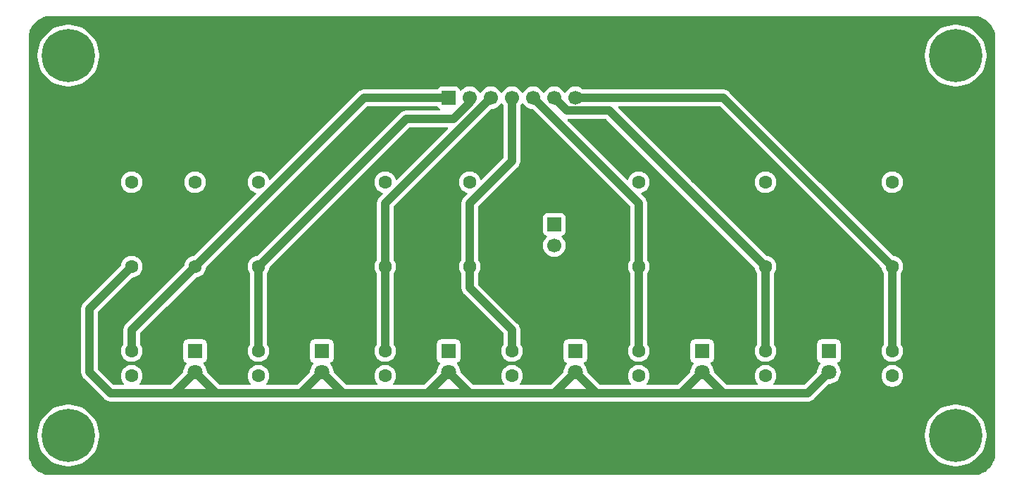
<source format=gbr>
%TF.GenerationSoftware,KiCad,Pcbnew,9.0.4*%
%TF.CreationDate,2026-02-02T12:57:02-08:00*%
%TF.ProjectId,LDR_Board,4c44525f-426f-4617-9264-2e6b69636164,rev?*%
%TF.SameCoordinates,Original*%
%TF.FileFunction,Copper,L1,Top*%
%TF.FilePolarity,Positive*%
%FSLAX46Y46*%
G04 Gerber Fmt 4.6, Leading zero omitted, Abs format (unit mm)*
G04 Created by KiCad (PCBNEW 9.0.4) date 2026-02-02 12:57:02*
%MOMM*%
%LPD*%
G01*
G04 APERTURE LIST*
%TA.AperFunction,ComponentPad*%
%ADD10C,1.600000*%
%TD*%
%TA.AperFunction,ComponentPad*%
%ADD11R,1.700000X1.700000*%
%TD*%
%TA.AperFunction,ComponentPad*%
%ADD12C,1.700000*%
%TD*%
%TA.AperFunction,ComponentPad*%
%ADD13C,6.400000*%
%TD*%
%TA.AperFunction,ComponentPad*%
%ADD14R,1.800000X1.800000*%
%TD*%
%TA.AperFunction,ComponentPad*%
%ADD15C,1.800000*%
%TD*%
%TA.AperFunction,Conductor*%
%ADD16C,1.000000*%
%TD*%
G04 APERTURE END LIST*
D10*
%TO.P,R13,1*%
%TO.N,/A13*%
X185420000Y-111760000D03*
%TO.P,R13,2*%
%TO.N,GND*%
X185420000Y-114760000D03*
%TD*%
D11*
%TO.P,J1,1,Pin_1*%
%TO.N,/A8*%
X147320000Y-81280000D03*
D12*
%TO.P,J1,2,Pin_2*%
%TO.N,/A9*%
X149860000Y-81280000D03*
%TO.P,J1,3,Pin_3*%
%TO.N,/A10*%
X152400000Y-81280000D03*
%TO.P,J1,4,Pin_4*%
%TO.N,/A11*%
X154940000Y-81280000D03*
%TO.P,J1,5,Pin_5*%
%TO.N,/A12*%
X157480000Y-81280000D03*
%TO.P,J1,6,Pin_6*%
%TO.N,/A13*%
X160020000Y-81280000D03*
%TO.P,J1,7,Pin_7*%
%TO.N,/A14*%
X162560000Y-81280000D03*
%TD*%
D10*
%TO.P,R7,1*%
%TO.N,VCC*%
X200660000Y-91440000D03*
%TO.P,R7,2*%
%TO.N,/A14*%
X200660000Y-101600000D03*
%TD*%
%TO.P,R8,1*%
%TO.N,/A8*%
X109220000Y-111760000D03*
%TO.P,R8,2*%
%TO.N,GND*%
X109220000Y-114760000D03*
%TD*%
%TO.P,R10,1*%
%TO.N,/A10*%
X139700000Y-111760000D03*
%TO.P,R10,2*%
%TO.N,GND*%
X139700000Y-114760000D03*
%TD*%
%TO.P,R5,1*%
%TO.N,VCC*%
X170180000Y-91440000D03*
%TO.P,R5,2*%
%TO.N,/A12*%
X170180000Y-101600000D03*
%TD*%
%TO.P,R1,1*%
%TO.N,VCC*%
X116840000Y-91440000D03*
%TO.P,R1,2*%
%TO.N,/A8*%
X116840000Y-101600000D03*
%TD*%
%TO.P,R11,1*%
%TO.N,/A11*%
X154940000Y-111760000D03*
%TO.P,R11,2*%
%TO.N,GND*%
X154940000Y-114760000D03*
%TD*%
%TO.P,R14,1*%
%TO.N,/A14*%
X200660000Y-111760000D03*
%TO.P,R14,2*%
%TO.N,GND*%
X200660000Y-114760000D03*
%TD*%
D13*
%TO.P,H1,1,1*%
%TO.N,GND*%
X101600000Y-121920000D03*
%TD*%
D10*
%TO.P,R3,1*%
%TO.N,VCC*%
X139700000Y-91440000D03*
%TO.P,R3,2*%
%TO.N,/A10*%
X139700000Y-101600000D03*
%TD*%
D14*
%TO.P,D3,1,K*%
%TO.N,GND*%
X147320000Y-111760000D03*
D15*
%TO.P,D3,2,A*%
%TO.N,Net-(D1-A)*%
X147320000Y-114300000D03*
%TD*%
D14*
%TO.P,D5,1,K*%
%TO.N,GND*%
X177800000Y-111760000D03*
D15*
%TO.P,D5,2,A*%
%TO.N,Net-(D1-A)*%
X177800000Y-114300000D03*
%TD*%
D13*
%TO.P,H2,1,1*%
%TO.N,GND*%
X101600000Y-76200000D03*
%TD*%
D10*
%TO.P,R4,1*%
%TO.N,VCC*%
X149860000Y-91440000D03*
%TO.P,R4,2*%
%TO.N,/A11*%
X149860000Y-101600000D03*
%TD*%
D14*
%TO.P,D1,1,K*%
%TO.N,GND*%
X116840000Y-111760000D03*
D15*
%TO.P,D1,2,A*%
%TO.N,Net-(D1-A)*%
X116840000Y-114300000D03*
%TD*%
D14*
%TO.P,D6,1,K*%
%TO.N,GND*%
X193040000Y-111760000D03*
D15*
%TO.P,D6,2,A*%
%TO.N,Net-(D1-A)*%
X193040000Y-114300000D03*
%TD*%
D10*
%TO.P,R9,1*%
%TO.N,/A9*%
X124460000Y-111760000D03*
%TO.P,R9,2*%
%TO.N,GND*%
X124460000Y-114760000D03*
%TD*%
D14*
%TO.P,D2,1,K*%
%TO.N,GND*%
X132080000Y-111760000D03*
D15*
%TO.P,D2,2,A*%
%TO.N,Net-(D1-A)*%
X132080000Y-114300000D03*
%TD*%
D10*
%TO.P,R12,1*%
%TO.N,/A12*%
X170180000Y-111760000D03*
%TO.P,R12,2*%
%TO.N,GND*%
X170180000Y-114760000D03*
%TD*%
%TO.P,R6,1*%
%TO.N,VCC*%
X185420000Y-91440000D03*
%TO.P,R6,2*%
%TO.N,/A13*%
X185420000Y-101600000D03*
%TD*%
D13*
%TO.P,H4,1,1*%
%TO.N,GND*%
X208280000Y-121920000D03*
%TD*%
D10*
%TO.P,R2,1*%
%TO.N,VCC*%
X124460000Y-91440000D03*
%TO.P,R2,2*%
%TO.N,/A9*%
X124460000Y-101600000D03*
%TD*%
%TO.P,R15,1*%
%TO.N,VCC*%
X109220000Y-91440000D03*
%TO.P,R15,2*%
%TO.N,Net-(D1-A)*%
X109220000Y-101600000D03*
%TD*%
D14*
%TO.P,D4,1,K*%
%TO.N,GND*%
X162560000Y-111760000D03*
D15*
%TO.P,D4,2,A*%
%TO.N,Net-(D1-A)*%
X162560000Y-114300000D03*
%TD*%
D13*
%TO.P,H3,1,1*%
%TO.N,GND*%
X208280000Y-76200000D03*
%TD*%
D11*
%TO.P,J2,1,Pin_1*%
%TO.N,VCC*%
X160020000Y-96520000D03*
D12*
%TO.P,J2,2,Pin_2*%
%TO.N,GND*%
X160020000Y-99060000D03*
%TD*%
D16*
%TO.N,Net-(D1-A)*%
X147320000Y-114300000D02*
X149860000Y-116840000D01*
X132080000Y-114300000D02*
X129540000Y-116840000D01*
X114300000Y-116840000D02*
X119380000Y-116840000D01*
X106680000Y-116840000D02*
X114300000Y-116840000D01*
X116840000Y-114300000D02*
X114300000Y-116840000D01*
X134620000Y-116840000D02*
X144780000Y-116840000D01*
X160020000Y-116840000D02*
X165100000Y-116840000D01*
X147320000Y-114300000D02*
X144780000Y-116840000D01*
X132080000Y-114300000D02*
X134620000Y-116840000D01*
X175260000Y-116840000D02*
X180340000Y-116840000D01*
X119380000Y-116840000D02*
X129540000Y-116840000D01*
X104140000Y-114300000D02*
X106680000Y-116840000D01*
X109220000Y-101600000D02*
X104140000Y-106680000D01*
X162560000Y-114300000D02*
X160020000Y-116840000D01*
X116840000Y-114300000D02*
X119380000Y-116840000D01*
X165100000Y-116840000D02*
X175260000Y-116840000D01*
X129540000Y-116840000D02*
X134620000Y-116840000D01*
X144780000Y-116840000D02*
X149860000Y-116840000D01*
X180340000Y-116840000D02*
X190500000Y-116840000D01*
X177800000Y-114300000D02*
X175260000Y-116840000D01*
X104140000Y-106680000D02*
X104140000Y-114300000D01*
X177800000Y-114300000D02*
X180340000Y-116840000D01*
X149860000Y-116840000D02*
X160020000Y-116840000D01*
X162560000Y-114300000D02*
X165100000Y-116840000D01*
X190500000Y-116840000D02*
X193040000Y-114300000D01*
%TO.N,/A8*%
X137160000Y-81280000D02*
X147320000Y-81280000D01*
X109220000Y-109220000D02*
X109220000Y-111760000D01*
X116840000Y-101600000D02*
X137160000Y-81280000D01*
X116840000Y-101600000D02*
X109220000Y-109220000D01*
%TO.N,/A9*%
X124460000Y-101600000D02*
X142240000Y-83820000D01*
X147882000Y-83820000D02*
X149860000Y-81842000D01*
X142240000Y-83820000D02*
X147882000Y-83820000D01*
X124460000Y-101600000D02*
X124460000Y-111760000D01*
X149860000Y-81842000D02*
X149860000Y-81280000D01*
%TO.N,/A14*%
X180340000Y-81280000D02*
X162560000Y-81280000D01*
X200660000Y-101600000D02*
X200660000Y-111760000D01*
X200660000Y-101600000D02*
X180340000Y-81280000D01*
%TO.N,/A10*%
X139700000Y-101600000D02*
X139700000Y-93980000D01*
X139700000Y-93980000D02*
X152400000Y-81280000D01*
X139700000Y-101600000D02*
X139700000Y-111760000D01*
%TO.N,/A13*%
X161571000Y-82831000D02*
X160020000Y-81280000D01*
X166651000Y-82831000D02*
X161571000Y-82831000D01*
X185420000Y-101600000D02*
X166651000Y-82831000D01*
X185420000Y-101600000D02*
X185420000Y-111760000D01*
%TO.N,/A11*%
X149860000Y-104140000D02*
X154940000Y-109220000D01*
X149860000Y-101600000D02*
X149860000Y-93980000D01*
X154940000Y-109220000D02*
X154940000Y-111760000D01*
X149860000Y-101600000D02*
X149860000Y-104140000D01*
X154940000Y-88900000D02*
X154940000Y-81280000D01*
X149860000Y-93980000D02*
X154940000Y-88900000D01*
%TO.N,/A12*%
X170180000Y-93980000D02*
X157480000Y-81280000D01*
X170180000Y-101600000D02*
X170180000Y-93980000D01*
X170180000Y-101600000D02*
X170180000Y-111760000D01*
%TD*%
%TA.AperFunction,NonConductor*%
G36*
X210363472Y-71420695D02*
G01*
X210655306Y-71437084D01*
X210669103Y-71438638D01*
X210953827Y-71487015D01*
X210967384Y-71490109D01*
X211244899Y-71570060D01*
X211258025Y-71574653D01*
X211524841Y-71685172D01*
X211537355Y-71691198D01*
X211703444Y-71782992D01*
X211790125Y-71830899D01*
X211801899Y-71838297D01*
X212037430Y-72005415D01*
X212048302Y-72014085D01*
X212263642Y-72206524D01*
X212273475Y-72216357D01*
X212465914Y-72431697D01*
X212474584Y-72442569D01*
X212641702Y-72678100D01*
X212649100Y-72689874D01*
X212788797Y-72942637D01*
X212794830Y-72955165D01*
X212905346Y-73221975D01*
X212909939Y-73235100D01*
X212989890Y-73512615D01*
X212992984Y-73526172D01*
X213041359Y-73810885D01*
X213042916Y-73824703D01*
X213059305Y-74116527D01*
X213059500Y-74123480D01*
X213059500Y-123996519D01*
X213059305Y-124003472D01*
X213042916Y-124295296D01*
X213041359Y-124309114D01*
X212992984Y-124593827D01*
X212989890Y-124607384D01*
X212909939Y-124884899D01*
X212905346Y-124898024D01*
X212794830Y-125164834D01*
X212788797Y-125177362D01*
X212649100Y-125430125D01*
X212641702Y-125441899D01*
X212474584Y-125677430D01*
X212465914Y-125688302D01*
X212273475Y-125903642D01*
X212263642Y-125913475D01*
X212048302Y-126105914D01*
X212037430Y-126114584D01*
X211801899Y-126281702D01*
X211790125Y-126289100D01*
X211537362Y-126428797D01*
X211524834Y-126434830D01*
X211258024Y-126545346D01*
X211244899Y-126549939D01*
X210967384Y-126629890D01*
X210953827Y-126632984D01*
X210669114Y-126681359D01*
X210655296Y-126682916D01*
X210363472Y-126699305D01*
X210356519Y-126699500D01*
X99523481Y-126699500D01*
X99516528Y-126699305D01*
X99224703Y-126682916D01*
X99210885Y-126681359D01*
X98926172Y-126632984D01*
X98912615Y-126629890D01*
X98635100Y-126549939D01*
X98621975Y-126545346D01*
X98355165Y-126434830D01*
X98342637Y-126428797D01*
X98089874Y-126289100D01*
X98078100Y-126281702D01*
X97842569Y-126114584D01*
X97831697Y-126105914D01*
X97616357Y-125913475D01*
X97606524Y-125903642D01*
X97414085Y-125688302D01*
X97405415Y-125677430D01*
X97238297Y-125441899D01*
X97230899Y-125430125D01*
X97091202Y-125177362D01*
X97085172Y-125164841D01*
X96974653Y-124898024D01*
X96970060Y-124884899D01*
X96890109Y-124607384D01*
X96887015Y-124593827D01*
X96855459Y-124408101D01*
X96838638Y-124309103D01*
X96837084Y-124295306D01*
X96820695Y-124003472D01*
X96820500Y-123996519D01*
X96820500Y-121738209D01*
X97899500Y-121738209D01*
X97899500Y-122101790D01*
X97935137Y-122463630D01*
X98006064Y-122820212D01*
X98006067Y-122820223D01*
X98111614Y-123168165D01*
X98250754Y-123504078D01*
X98250756Y-123504083D01*
X98422140Y-123824720D01*
X98422151Y-123824738D01*
X98624140Y-124127035D01*
X98624150Y-124127049D01*
X98854807Y-124408106D01*
X99111893Y-124665192D01*
X99111898Y-124665196D01*
X99111899Y-124665197D01*
X99392956Y-124895854D01*
X99695268Y-125097853D01*
X99695277Y-125097858D01*
X99695279Y-125097859D01*
X100015916Y-125269243D01*
X100015918Y-125269243D01*
X100015924Y-125269247D01*
X100351836Y-125408386D01*
X100699767Y-125513930D01*
X100699773Y-125513931D01*
X100699776Y-125513932D01*
X100699787Y-125513935D01*
X101056369Y-125584862D01*
X101418206Y-125620500D01*
X101418209Y-125620500D01*
X101781791Y-125620500D01*
X101781794Y-125620500D01*
X102143631Y-125584862D01*
X102213045Y-125571054D01*
X102500212Y-125513935D01*
X102500223Y-125513932D01*
X102500223Y-125513931D01*
X102500233Y-125513930D01*
X102848164Y-125408386D01*
X103184076Y-125269247D01*
X103504732Y-125097853D01*
X103807044Y-124895854D01*
X104088101Y-124665197D01*
X104345197Y-124408101D01*
X104575854Y-124127044D01*
X104777853Y-123824732D01*
X104949247Y-123504076D01*
X105088386Y-123168164D01*
X105193930Y-122820233D01*
X105193932Y-122820223D01*
X105193935Y-122820212D01*
X105264862Y-122463630D01*
X105300500Y-122101790D01*
X105300500Y-121738209D01*
X204579500Y-121738209D01*
X204579500Y-122101790D01*
X204615137Y-122463630D01*
X204686064Y-122820212D01*
X204686067Y-122820223D01*
X204791614Y-123168165D01*
X204930754Y-123504078D01*
X204930756Y-123504083D01*
X205102140Y-123824720D01*
X205102151Y-123824738D01*
X205304140Y-124127035D01*
X205304150Y-124127049D01*
X205534807Y-124408106D01*
X205791893Y-124665192D01*
X205791898Y-124665196D01*
X205791899Y-124665197D01*
X206072956Y-124895854D01*
X206375268Y-125097853D01*
X206375277Y-125097858D01*
X206375279Y-125097859D01*
X206695916Y-125269243D01*
X206695918Y-125269243D01*
X206695924Y-125269247D01*
X207031836Y-125408386D01*
X207379767Y-125513930D01*
X207379773Y-125513931D01*
X207379776Y-125513932D01*
X207379787Y-125513935D01*
X207736369Y-125584862D01*
X208098206Y-125620500D01*
X208098209Y-125620500D01*
X208461791Y-125620500D01*
X208461794Y-125620500D01*
X208823631Y-125584862D01*
X208893045Y-125571054D01*
X209180212Y-125513935D01*
X209180223Y-125513932D01*
X209180223Y-125513931D01*
X209180233Y-125513930D01*
X209528164Y-125408386D01*
X209864076Y-125269247D01*
X210184732Y-125097853D01*
X210487044Y-124895854D01*
X210768101Y-124665197D01*
X211025197Y-124408101D01*
X211255854Y-124127044D01*
X211457853Y-123824732D01*
X211629247Y-123504076D01*
X211768386Y-123168164D01*
X211873930Y-122820233D01*
X211873932Y-122820223D01*
X211873935Y-122820212D01*
X211944862Y-122463630D01*
X211980500Y-122101790D01*
X211980500Y-121738209D01*
X211944862Y-121376369D01*
X211873935Y-121019787D01*
X211873932Y-121019776D01*
X211873931Y-121019773D01*
X211873930Y-121019767D01*
X211768386Y-120671836D01*
X211629247Y-120335924D01*
X211457853Y-120015268D01*
X211255854Y-119712956D01*
X211025197Y-119431899D01*
X211025196Y-119431898D01*
X211025192Y-119431893D01*
X210768106Y-119174807D01*
X210487049Y-118944150D01*
X210487048Y-118944149D01*
X210487044Y-118944146D01*
X210184732Y-118742147D01*
X210184727Y-118742144D01*
X210184720Y-118742140D01*
X209864083Y-118570756D01*
X209864078Y-118570754D01*
X209528165Y-118431614D01*
X209180223Y-118326067D01*
X209180212Y-118326064D01*
X208823630Y-118255137D01*
X208551111Y-118228296D01*
X208461794Y-118219500D01*
X208098206Y-118219500D01*
X208015679Y-118227628D01*
X207736369Y-118255137D01*
X207379787Y-118326064D01*
X207379776Y-118326067D01*
X207031834Y-118431614D01*
X206695921Y-118570754D01*
X206695916Y-118570756D01*
X206375279Y-118742140D01*
X206375261Y-118742151D01*
X206072964Y-118944140D01*
X206072950Y-118944150D01*
X205791893Y-119174807D01*
X205534807Y-119431893D01*
X205304150Y-119712950D01*
X205304140Y-119712964D01*
X205102151Y-120015261D01*
X205102140Y-120015279D01*
X204930756Y-120335916D01*
X204930754Y-120335921D01*
X204791614Y-120671834D01*
X204686067Y-121019776D01*
X204686064Y-121019787D01*
X204615137Y-121376369D01*
X204579500Y-121738209D01*
X105300500Y-121738209D01*
X105264862Y-121376369D01*
X105193935Y-121019787D01*
X105193932Y-121019776D01*
X105193931Y-121019773D01*
X105193930Y-121019767D01*
X105088386Y-120671836D01*
X104949247Y-120335924D01*
X104777853Y-120015268D01*
X104575854Y-119712956D01*
X104345197Y-119431899D01*
X104345196Y-119431898D01*
X104345192Y-119431893D01*
X104088106Y-119174807D01*
X103807049Y-118944150D01*
X103807048Y-118944149D01*
X103807044Y-118944146D01*
X103504732Y-118742147D01*
X103504727Y-118742144D01*
X103504720Y-118742140D01*
X103184083Y-118570756D01*
X103184078Y-118570754D01*
X102848165Y-118431614D01*
X102500223Y-118326067D01*
X102500212Y-118326064D01*
X102143630Y-118255137D01*
X101871111Y-118228296D01*
X101781794Y-118219500D01*
X101418206Y-118219500D01*
X101335679Y-118227628D01*
X101056369Y-118255137D01*
X100699787Y-118326064D01*
X100699776Y-118326067D01*
X100351834Y-118431614D01*
X100015921Y-118570754D01*
X100015916Y-118570756D01*
X99695279Y-118742140D01*
X99695261Y-118742151D01*
X99392964Y-118944140D01*
X99392950Y-118944150D01*
X99111893Y-119174807D01*
X98854807Y-119431893D01*
X98624150Y-119712950D01*
X98624140Y-119712964D01*
X98422151Y-120015261D01*
X98422140Y-120015279D01*
X98250756Y-120335916D01*
X98250754Y-120335921D01*
X98111614Y-120671834D01*
X98006067Y-121019776D01*
X98006064Y-121019787D01*
X97935137Y-121376369D01*
X97899500Y-121738209D01*
X96820500Y-121738209D01*
X96820500Y-106581456D01*
X103139500Y-106581456D01*
X103139500Y-114398544D01*
X103177947Y-114591833D01*
X103177949Y-114591837D01*
X103200038Y-114645164D01*
X103253366Y-114773911D01*
X103253371Y-114773920D01*
X103362859Y-114937780D01*
X103362860Y-114937781D01*
X103362861Y-114937782D01*
X103502218Y-115077139D01*
X103502219Y-115077139D01*
X103509286Y-115084206D01*
X103509285Y-115084206D01*
X103509288Y-115084208D01*
X105902860Y-117477781D01*
X105902861Y-117477782D01*
X106042218Y-117617139D01*
X106206086Y-117726632D01*
X106312745Y-117770811D01*
X106388164Y-117802051D01*
X106581454Y-117840499D01*
X106581457Y-117840500D01*
X106581459Y-117840500D01*
X190598542Y-117840500D01*
X190629566Y-117834328D01*
X190695188Y-117821275D01*
X190791836Y-117802051D01*
X190845165Y-117779961D01*
X190973914Y-117726632D01*
X191137782Y-117617139D01*
X191277139Y-117477782D01*
X191277139Y-117477780D01*
X191287347Y-117467573D01*
X191287348Y-117467570D01*
X193018102Y-115736819D01*
X193079425Y-115703334D01*
X193105783Y-115700500D01*
X193150221Y-115700500D01*
X193150222Y-115700500D01*
X193367951Y-115666015D01*
X193577606Y-115597895D01*
X193774022Y-115497815D01*
X193952365Y-115368242D01*
X194108242Y-115212365D01*
X194237815Y-115034022D01*
X194337895Y-114837606D01*
X194396366Y-114657648D01*
X199359500Y-114657648D01*
X199359500Y-114862351D01*
X199391522Y-115064534D01*
X199454781Y-115259223D01*
X199547715Y-115441613D01*
X199668028Y-115607213D01*
X199812786Y-115751971D01*
X199929361Y-115836666D01*
X199978390Y-115872287D01*
X200094607Y-115931503D01*
X200160776Y-115965218D01*
X200160778Y-115965218D01*
X200160781Y-115965220D01*
X200265137Y-115999127D01*
X200355465Y-116028477D01*
X200456557Y-116044488D01*
X200557648Y-116060500D01*
X200557649Y-116060500D01*
X200762351Y-116060500D01*
X200762352Y-116060500D01*
X200964534Y-116028477D01*
X201159219Y-115965220D01*
X201341610Y-115872287D01*
X201436727Y-115803181D01*
X201507213Y-115751971D01*
X201507215Y-115751968D01*
X201507219Y-115751966D01*
X201651966Y-115607219D01*
X201651968Y-115607215D01*
X201651971Y-115607213D01*
X201731454Y-115497812D01*
X201772287Y-115441610D01*
X201865220Y-115259219D01*
X201928477Y-115064534D01*
X201960500Y-114862352D01*
X201960500Y-114657648D01*
X201928477Y-114455466D01*
X201865220Y-114260781D01*
X201865218Y-114260778D01*
X201865218Y-114260776D01*
X201829042Y-114189778D01*
X201772287Y-114078390D01*
X201764556Y-114067749D01*
X201651971Y-113912786D01*
X201507213Y-113768028D01*
X201341613Y-113647715D01*
X201341612Y-113647714D01*
X201341610Y-113647713D01*
X201284653Y-113618691D01*
X201159223Y-113554781D01*
X200964534Y-113491522D01*
X200789995Y-113463878D01*
X200762352Y-113459500D01*
X200557648Y-113459500D01*
X200533329Y-113463351D01*
X200355465Y-113491522D01*
X200160776Y-113554781D01*
X199978386Y-113647715D01*
X199812786Y-113768028D01*
X199668028Y-113912786D01*
X199547715Y-114078386D01*
X199454781Y-114260776D01*
X199391522Y-114455465D01*
X199359500Y-114657648D01*
X194396366Y-114657648D01*
X194406015Y-114627951D01*
X194440500Y-114410222D01*
X194440500Y-114189778D01*
X194406015Y-113972049D01*
X194337895Y-113762394D01*
X194337895Y-113762393D01*
X194303237Y-113694375D01*
X194237815Y-113565978D01*
X194160455Y-113459500D01*
X194108247Y-113387641D01*
X194108243Y-113387636D01*
X194058071Y-113337464D01*
X194024586Y-113276141D01*
X194029570Y-113206449D01*
X194071442Y-113150516D01*
X194102420Y-113133601D01*
X194182326Y-113103798D01*
X194182326Y-113103797D01*
X194182331Y-113103796D01*
X194297546Y-113017546D01*
X194383796Y-112902331D01*
X194434091Y-112767483D01*
X194440500Y-112707873D01*
X194440499Y-110812128D01*
X194434091Y-110752517D01*
X194383796Y-110617669D01*
X194383795Y-110617668D01*
X194383793Y-110617664D01*
X194297547Y-110502455D01*
X194297544Y-110502452D01*
X194182335Y-110416206D01*
X194182328Y-110416202D01*
X194047482Y-110365908D01*
X194047483Y-110365908D01*
X193987883Y-110359501D01*
X193987881Y-110359500D01*
X193987873Y-110359500D01*
X193987864Y-110359500D01*
X192092129Y-110359500D01*
X192092123Y-110359501D01*
X192032516Y-110365908D01*
X191897671Y-110416202D01*
X191897664Y-110416206D01*
X191782455Y-110502452D01*
X191782452Y-110502455D01*
X191696206Y-110617664D01*
X191696202Y-110617671D01*
X191645908Y-110752517D01*
X191639501Y-110812116D01*
X191639501Y-110812123D01*
X191639500Y-110812135D01*
X191639500Y-112707870D01*
X191639501Y-112707876D01*
X191645908Y-112767483D01*
X191696202Y-112902328D01*
X191696206Y-112902335D01*
X191782452Y-113017544D01*
X191782455Y-113017547D01*
X191897664Y-113103793D01*
X191897671Y-113103797D01*
X191977580Y-113133601D01*
X192033514Y-113175472D01*
X192057931Y-113240936D01*
X192043080Y-113309209D01*
X192021929Y-113337463D01*
X191971756Y-113387636D01*
X191971752Y-113387641D01*
X191842187Y-113565974D01*
X191742104Y-113762393D01*
X191742103Y-113762396D01*
X191673985Y-113972047D01*
X191639500Y-114189778D01*
X191639500Y-114234217D01*
X191619815Y-114301256D01*
X191603181Y-114321898D01*
X190121899Y-115803181D01*
X190060576Y-115836666D01*
X190034218Y-115839500D01*
X186479047Y-115839500D01*
X186412008Y-115819815D01*
X186366253Y-115767011D01*
X186356309Y-115697853D01*
X186385334Y-115634297D01*
X186391366Y-115627819D01*
X186411966Y-115607219D01*
X186411968Y-115607215D01*
X186411971Y-115607213D01*
X186491454Y-115497812D01*
X186532287Y-115441610D01*
X186625220Y-115259219D01*
X186688477Y-115064534D01*
X186720500Y-114862352D01*
X186720500Y-114657648D01*
X186688477Y-114455466D01*
X186625220Y-114260781D01*
X186625218Y-114260778D01*
X186625218Y-114260776D01*
X186589042Y-114189778D01*
X186532287Y-114078390D01*
X186524556Y-114067749D01*
X186411971Y-113912786D01*
X186267213Y-113768028D01*
X186101613Y-113647715D01*
X186101612Y-113647714D01*
X186101610Y-113647713D01*
X186044653Y-113618691D01*
X185919223Y-113554781D01*
X185724534Y-113491522D01*
X185549995Y-113463878D01*
X185522352Y-113459500D01*
X185317648Y-113459500D01*
X185293329Y-113463351D01*
X185115465Y-113491522D01*
X184920776Y-113554781D01*
X184738386Y-113647715D01*
X184572786Y-113768028D01*
X184428028Y-113912786D01*
X184307715Y-114078386D01*
X184214781Y-114260776D01*
X184151522Y-114455465D01*
X184119500Y-114657648D01*
X184119500Y-114862351D01*
X184151522Y-115064534D01*
X184214781Y-115259223D01*
X184307715Y-115441613D01*
X184428028Y-115607213D01*
X184448634Y-115627819D01*
X184482119Y-115689142D01*
X184477135Y-115758834D01*
X184435263Y-115814767D01*
X184369799Y-115839184D01*
X184360953Y-115839500D01*
X180805783Y-115839500D01*
X180738744Y-115819815D01*
X180718102Y-115803181D01*
X179236819Y-114321898D01*
X179203334Y-114260575D01*
X179200500Y-114234217D01*
X179200500Y-114189778D01*
X179166015Y-113972049D01*
X179097895Y-113762394D01*
X179097895Y-113762393D01*
X179063237Y-113694375D01*
X178997815Y-113565978D01*
X178920455Y-113459500D01*
X178868247Y-113387641D01*
X178868243Y-113387636D01*
X178818071Y-113337464D01*
X178784586Y-113276141D01*
X178789570Y-113206449D01*
X178831442Y-113150516D01*
X178862420Y-113133601D01*
X178942326Y-113103798D01*
X178942326Y-113103797D01*
X178942331Y-113103796D01*
X179057546Y-113017546D01*
X179143796Y-112902331D01*
X179194091Y-112767483D01*
X179200500Y-112707873D01*
X179200499Y-110812128D01*
X179194091Y-110752517D01*
X179143796Y-110617669D01*
X179143795Y-110617668D01*
X179143793Y-110617664D01*
X179057547Y-110502455D01*
X179057544Y-110502452D01*
X178942335Y-110416206D01*
X178942328Y-110416202D01*
X178807482Y-110365908D01*
X178807483Y-110365908D01*
X178747883Y-110359501D01*
X178747881Y-110359500D01*
X178747873Y-110359500D01*
X178747864Y-110359500D01*
X176852129Y-110359500D01*
X176852123Y-110359501D01*
X176792516Y-110365908D01*
X176657671Y-110416202D01*
X176657664Y-110416206D01*
X176542455Y-110502452D01*
X176542452Y-110502455D01*
X176456206Y-110617664D01*
X176456202Y-110617671D01*
X176405908Y-110752517D01*
X176399501Y-110812116D01*
X176399501Y-110812123D01*
X176399500Y-110812135D01*
X176399500Y-112707870D01*
X176399501Y-112707876D01*
X176405908Y-112767483D01*
X176456202Y-112902328D01*
X176456206Y-112902335D01*
X176542452Y-113017544D01*
X176542455Y-113017547D01*
X176657664Y-113103793D01*
X176657671Y-113103797D01*
X176737580Y-113133601D01*
X176793514Y-113175472D01*
X176817931Y-113240936D01*
X176803080Y-113309209D01*
X176781929Y-113337463D01*
X176731756Y-113387636D01*
X176731752Y-113387641D01*
X176602187Y-113565974D01*
X176502104Y-113762393D01*
X176502103Y-113762396D01*
X176433985Y-113972047D01*
X176399500Y-114189778D01*
X176399500Y-114234217D01*
X176379815Y-114301256D01*
X176363181Y-114321898D01*
X174881899Y-115803181D01*
X174820576Y-115836666D01*
X174794218Y-115839500D01*
X171239047Y-115839500D01*
X171172008Y-115819815D01*
X171126253Y-115767011D01*
X171116309Y-115697853D01*
X171145334Y-115634297D01*
X171151366Y-115627819D01*
X171171966Y-115607219D01*
X171171968Y-115607215D01*
X171171971Y-115607213D01*
X171251454Y-115497812D01*
X171292287Y-115441610D01*
X171385220Y-115259219D01*
X171448477Y-115064534D01*
X171480500Y-114862352D01*
X171480500Y-114657648D01*
X171448477Y-114455466D01*
X171385220Y-114260781D01*
X171385218Y-114260778D01*
X171385218Y-114260776D01*
X171349042Y-114189778D01*
X171292287Y-114078390D01*
X171284556Y-114067749D01*
X171171971Y-113912786D01*
X171027213Y-113768028D01*
X170861613Y-113647715D01*
X170861612Y-113647714D01*
X170861610Y-113647713D01*
X170804653Y-113618691D01*
X170679223Y-113554781D01*
X170484534Y-113491522D01*
X170309995Y-113463878D01*
X170282352Y-113459500D01*
X170077648Y-113459500D01*
X170053329Y-113463351D01*
X169875465Y-113491522D01*
X169680776Y-113554781D01*
X169498386Y-113647715D01*
X169332786Y-113768028D01*
X169188028Y-113912786D01*
X169067715Y-114078386D01*
X168974781Y-114260776D01*
X168911522Y-114455465D01*
X168879500Y-114657648D01*
X168879500Y-114862351D01*
X168911522Y-115064534D01*
X168974781Y-115259223D01*
X169067715Y-115441613D01*
X169188028Y-115607213D01*
X169208634Y-115627819D01*
X169242119Y-115689142D01*
X169237135Y-115758834D01*
X169195263Y-115814767D01*
X169129799Y-115839184D01*
X169120953Y-115839500D01*
X165565783Y-115839500D01*
X165498744Y-115819815D01*
X165478102Y-115803181D01*
X163996819Y-114321898D01*
X163963334Y-114260575D01*
X163960500Y-114234217D01*
X163960500Y-114189778D01*
X163926015Y-113972049D01*
X163857895Y-113762394D01*
X163857895Y-113762393D01*
X163823237Y-113694375D01*
X163757815Y-113565978D01*
X163680455Y-113459500D01*
X163628247Y-113387641D01*
X163628243Y-113387636D01*
X163578071Y-113337464D01*
X163544586Y-113276141D01*
X163549570Y-113206449D01*
X163591442Y-113150516D01*
X163622420Y-113133601D01*
X163702326Y-113103798D01*
X163702326Y-113103797D01*
X163702331Y-113103796D01*
X163817546Y-113017546D01*
X163903796Y-112902331D01*
X163954091Y-112767483D01*
X163960500Y-112707873D01*
X163960499Y-110812128D01*
X163954091Y-110752517D01*
X163903796Y-110617669D01*
X163903795Y-110617668D01*
X163903793Y-110617664D01*
X163817547Y-110502455D01*
X163817544Y-110502452D01*
X163702335Y-110416206D01*
X163702328Y-110416202D01*
X163567482Y-110365908D01*
X163567483Y-110365908D01*
X163507883Y-110359501D01*
X163507881Y-110359500D01*
X163507873Y-110359500D01*
X163507864Y-110359500D01*
X161612129Y-110359500D01*
X161612123Y-110359501D01*
X161552516Y-110365908D01*
X161417671Y-110416202D01*
X161417664Y-110416206D01*
X161302455Y-110502452D01*
X161302452Y-110502455D01*
X161216206Y-110617664D01*
X161216202Y-110617671D01*
X161165908Y-110752517D01*
X161159501Y-110812116D01*
X161159501Y-110812123D01*
X161159500Y-110812135D01*
X161159500Y-112707870D01*
X161159501Y-112707876D01*
X161165908Y-112767483D01*
X161216202Y-112902328D01*
X161216206Y-112902335D01*
X161302452Y-113017544D01*
X161302455Y-113017547D01*
X161417664Y-113103793D01*
X161417671Y-113103797D01*
X161497580Y-113133601D01*
X161553514Y-113175472D01*
X161577931Y-113240936D01*
X161563080Y-113309209D01*
X161541929Y-113337463D01*
X161491756Y-113387636D01*
X161491752Y-113387641D01*
X161362187Y-113565974D01*
X161262104Y-113762393D01*
X161262103Y-113762396D01*
X161193985Y-113972047D01*
X161159500Y-114189778D01*
X161159500Y-114234217D01*
X161139815Y-114301256D01*
X161123181Y-114321898D01*
X159641899Y-115803181D01*
X159580576Y-115836666D01*
X159554218Y-115839500D01*
X155999047Y-115839500D01*
X155932008Y-115819815D01*
X155886253Y-115767011D01*
X155876309Y-115697853D01*
X155905334Y-115634297D01*
X155911366Y-115627819D01*
X155931966Y-115607219D01*
X155931968Y-115607215D01*
X155931971Y-115607213D01*
X156011454Y-115497812D01*
X156052287Y-115441610D01*
X156145220Y-115259219D01*
X156208477Y-115064534D01*
X156240500Y-114862352D01*
X156240500Y-114657648D01*
X156208477Y-114455466D01*
X156145220Y-114260781D01*
X156145218Y-114260778D01*
X156145218Y-114260776D01*
X156109042Y-114189778D01*
X156052287Y-114078390D01*
X156044556Y-114067749D01*
X155931971Y-113912786D01*
X155787213Y-113768028D01*
X155621613Y-113647715D01*
X155621612Y-113647714D01*
X155621610Y-113647713D01*
X155564653Y-113618691D01*
X155439223Y-113554781D01*
X155244534Y-113491522D01*
X155069995Y-113463878D01*
X155042352Y-113459500D01*
X154837648Y-113459500D01*
X154813329Y-113463351D01*
X154635465Y-113491522D01*
X154440776Y-113554781D01*
X154258386Y-113647715D01*
X154092786Y-113768028D01*
X153948028Y-113912786D01*
X153827715Y-114078386D01*
X153734781Y-114260776D01*
X153671522Y-114455465D01*
X153639500Y-114657648D01*
X153639500Y-114862351D01*
X153671522Y-115064534D01*
X153734781Y-115259223D01*
X153827715Y-115441613D01*
X153948028Y-115607213D01*
X153968634Y-115627819D01*
X154002119Y-115689142D01*
X153997135Y-115758834D01*
X153955263Y-115814767D01*
X153889799Y-115839184D01*
X153880953Y-115839500D01*
X150325783Y-115839500D01*
X150258744Y-115819815D01*
X150238102Y-115803181D01*
X148756819Y-114321898D01*
X148723334Y-114260575D01*
X148720500Y-114234217D01*
X148720500Y-114189778D01*
X148686015Y-113972049D01*
X148617895Y-113762394D01*
X148617895Y-113762393D01*
X148583237Y-113694375D01*
X148517815Y-113565978D01*
X148440455Y-113459500D01*
X148388247Y-113387641D01*
X148388243Y-113387636D01*
X148338071Y-113337464D01*
X148304586Y-113276141D01*
X148309570Y-113206449D01*
X148351442Y-113150516D01*
X148382420Y-113133601D01*
X148462326Y-113103798D01*
X148462326Y-113103797D01*
X148462331Y-113103796D01*
X148577546Y-113017546D01*
X148663796Y-112902331D01*
X148714091Y-112767483D01*
X148720500Y-112707873D01*
X148720499Y-110812128D01*
X148714091Y-110752517D01*
X148663796Y-110617669D01*
X148663795Y-110617668D01*
X148663793Y-110617664D01*
X148577547Y-110502455D01*
X148577544Y-110502452D01*
X148462335Y-110416206D01*
X148462328Y-110416202D01*
X148327482Y-110365908D01*
X148327483Y-110365908D01*
X148267883Y-110359501D01*
X148267881Y-110359500D01*
X148267873Y-110359500D01*
X148267864Y-110359500D01*
X146372129Y-110359500D01*
X146372123Y-110359501D01*
X146312516Y-110365908D01*
X146177671Y-110416202D01*
X146177664Y-110416206D01*
X146062455Y-110502452D01*
X146062452Y-110502455D01*
X145976206Y-110617664D01*
X145976202Y-110617671D01*
X145925908Y-110752517D01*
X145919501Y-110812116D01*
X145919501Y-110812123D01*
X145919500Y-110812135D01*
X145919500Y-112707870D01*
X145919501Y-112707876D01*
X145925908Y-112767483D01*
X145976202Y-112902328D01*
X145976206Y-112902335D01*
X146062452Y-113017544D01*
X146062455Y-113017547D01*
X146177664Y-113103793D01*
X146177671Y-113103797D01*
X146257580Y-113133601D01*
X146313514Y-113175472D01*
X146337931Y-113240936D01*
X146323080Y-113309209D01*
X146301929Y-113337463D01*
X146251756Y-113387636D01*
X146251752Y-113387641D01*
X146122187Y-113565974D01*
X146022104Y-113762393D01*
X146022103Y-113762396D01*
X145953985Y-113972047D01*
X145919500Y-114189778D01*
X145919500Y-114234217D01*
X145899815Y-114301256D01*
X145883181Y-114321898D01*
X144401899Y-115803181D01*
X144340576Y-115836666D01*
X144314218Y-115839500D01*
X140759047Y-115839500D01*
X140692008Y-115819815D01*
X140646253Y-115767011D01*
X140636309Y-115697853D01*
X140665334Y-115634297D01*
X140671366Y-115627819D01*
X140691966Y-115607219D01*
X140691968Y-115607215D01*
X140691971Y-115607213D01*
X140771454Y-115497812D01*
X140812287Y-115441610D01*
X140905220Y-115259219D01*
X140968477Y-115064534D01*
X141000500Y-114862352D01*
X141000500Y-114657648D01*
X140968477Y-114455466D01*
X140905220Y-114260781D01*
X140905218Y-114260778D01*
X140905218Y-114260776D01*
X140869042Y-114189778D01*
X140812287Y-114078390D01*
X140804556Y-114067749D01*
X140691971Y-113912786D01*
X140547213Y-113768028D01*
X140381613Y-113647715D01*
X140381612Y-113647714D01*
X140381610Y-113647713D01*
X140324653Y-113618691D01*
X140199223Y-113554781D01*
X140004534Y-113491522D01*
X139829995Y-113463878D01*
X139802352Y-113459500D01*
X139597648Y-113459500D01*
X139573329Y-113463351D01*
X139395465Y-113491522D01*
X139200776Y-113554781D01*
X139018386Y-113647715D01*
X138852786Y-113768028D01*
X138708028Y-113912786D01*
X138587715Y-114078386D01*
X138494781Y-114260776D01*
X138431522Y-114455465D01*
X138399500Y-114657648D01*
X138399500Y-114862351D01*
X138431522Y-115064534D01*
X138494781Y-115259223D01*
X138587715Y-115441613D01*
X138708028Y-115607213D01*
X138728634Y-115627819D01*
X138762119Y-115689142D01*
X138757135Y-115758834D01*
X138715263Y-115814767D01*
X138649799Y-115839184D01*
X138640953Y-115839500D01*
X135085783Y-115839500D01*
X135018744Y-115819815D01*
X134998102Y-115803181D01*
X133516819Y-114321898D01*
X133483334Y-114260575D01*
X133480500Y-114234217D01*
X133480500Y-114189778D01*
X133446015Y-113972049D01*
X133377895Y-113762394D01*
X133377895Y-113762393D01*
X133343237Y-113694375D01*
X133277815Y-113565978D01*
X133200455Y-113459500D01*
X133148247Y-113387641D01*
X133148243Y-113387636D01*
X133098071Y-113337464D01*
X133064586Y-113276141D01*
X133069570Y-113206449D01*
X133111442Y-113150516D01*
X133142420Y-113133601D01*
X133222326Y-113103798D01*
X133222326Y-113103797D01*
X133222331Y-113103796D01*
X133337546Y-113017546D01*
X133423796Y-112902331D01*
X133474091Y-112767483D01*
X133480500Y-112707873D01*
X133480499Y-110812128D01*
X133474091Y-110752517D01*
X133423796Y-110617669D01*
X133423795Y-110617668D01*
X133423793Y-110617664D01*
X133337547Y-110502455D01*
X133337544Y-110502452D01*
X133222335Y-110416206D01*
X133222328Y-110416202D01*
X133087482Y-110365908D01*
X133087483Y-110365908D01*
X133027883Y-110359501D01*
X133027881Y-110359500D01*
X133027873Y-110359500D01*
X133027864Y-110359500D01*
X131132129Y-110359500D01*
X131132123Y-110359501D01*
X131072516Y-110365908D01*
X130937671Y-110416202D01*
X130937664Y-110416206D01*
X130822455Y-110502452D01*
X130822452Y-110502455D01*
X130736206Y-110617664D01*
X130736202Y-110617671D01*
X130685908Y-110752517D01*
X130679501Y-110812116D01*
X130679501Y-110812123D01*
X130679500Y-110812135D01*
X130679500Y-112707870D01*
X130679501Y-112707876D01*
X130685908Y-112767483D01*
X130736202Y-112902328D01*
X130736206Y-112902335D01*
X130822452Y-113017544D01*
X130822455Y-113017547D01*
X130937664Y-113103793D01*
X130937671Y-113103797D01*
X131017580Y-113133601D01*
X131073514Y-113175472D01*
X131097931Y-113240936D01*
X131083080Y-113309209D01*
X131061929Y-113337463D01*
X131011756Y-113387636D01*
X131011752Y-113387641D01*
X130882187Y-113565974D01*
X130782104Y-113762393D01*
X130782103Y-113762396D01*
X130713985Y-113972047D01*
X130679500Y-114189778D01*
X130679500Y-114234217D01*
X130659815Y-114301256D01*
X130643181Y-114321898D01*
X129161899Y-115803181D01*
X129100576Y-115836666D01*
X129074218Y-115839500D01*
X125519047Y-115839500D01*
X125452008Y-115819815D01*
X125406253Y-115767011D01*
X125396309Y-115697853D01*
X125425334Y-115634297D01*
X125431366Y-115627819D01*
X125451966Y-115607219D01*
X125451968Y-115607215D01*
X125451971Y-115607213D01*
X125531454Y-115497812D01*
X125572287Y-115441610D01*
X125665220Y-115259219D01*
X125728477Y-115064534D01*
X125760500Y-114862352D01*
X125760500Y-114657648D01*
X125728477Y-114455466D01*
X125665220Y-114260781D01*
X125665218Y-114260778D01*
X125665218Y-114260776D01*
X125629042Y-114189778D01*
X125572287Y-114078390D01*
X125564556Y-114067749D01*
X125451971Y-113912786D01*
X125307213Y-113768028D01*
X125141613Y-113647715D01*
X125141612Y-113647714D01*
X125141610Y-113647713D01*
X125084653Y-113618691D01*
X124959223Y-113554781D01*
X124764534Y-113491522D01*
X124589995Y-113463878D01*
X124562352Y-113459500D01*
X124357648Y-113459500D01*
X124333329Y-113463351D01*
X124155465Y-113491522D01*
X123960776Y-113554781D01*
X123778386Y-113647715D01*
X123612786Y-113768028D01*
X123468028Y-113912786D01*
X123347715Y-114078386D01*
X123254781Y-114260776D01*
X123191522Y-114455465D01*
X123159500Y-114657648D01*
X123159500Y-114862351D01*
X123191522Y-115064534D01*
X123254781Y-115259223D01*
X123347715Y-115441613D01*
X123468028Y-115607213D01*
X123488634Y-115627819D01*
X123522119Y-115689142D01*
X123517135Y-115758834D01*
X123475263Y-115814767D01*
X123409799Y-115839184D01*
X123400953Y-115839500D01*
X119845783Y-115839500D01*
X119778744Y-115819815D01*
X119758102Y-115803181D01*
X118276819Y-114321898D01*
X118243334Y-114260575D01*
X118240500Y-114234217D01*
X118240500Y-114189778D01*
X118206015Y-113972049D01*
X118137895Y-113762394D01*
X118137895Y-113762393D01*
X118103237Y-113694375D01*
X118037815Y-113565978D01*
X117960455Y-113459500D01*
X117908247Y-113387641D01*
X117908243Y-113387636D01*
X117858071Y-113337464D01*
X117824586Y-113276141D01*
X117829570Y-113206449D01*
X117871442Y-113150516D01*
X117902420Y-113133601D01*
X117982326Y-113103798D01*
X117982326Y-113103797D01*
X117982331Y-113103796D01*
X118097546Y-113017546D01*
X118183796Y-112902331D01*
X118234091Y-112767483D01*
X118240500Y-112707873D01*
X118240499Y-110812128D01*
X118234091Y-110752517D01*
X118183796Y-110617669D01*
X118183795Y-110617668D01*
X118183793Y-110617664D01*
X118097547Y-110502455D01*
X118097544Y-110502452D01*
X117982335Y-110416206D01*
X117982328Y-110416202D01*
X117847482Y-110365908D01*
X117847483Y-110365908D01*
X117787883Y-110359501D01*
X117787881Y-110359500D01*
X117787873Y-110359500D01*
X117787864Y-110359500D01*
X115892129Y-110359500D01*
X115892123Y-110359501D01*
X115832516Y-110365908D01*
X115697671Y-110416202D01*
X115697664Y-110416206D01*
X115582455Y-110502452D01*
X115582452Y-110502455D01*
X115496206Y-110617664D01*
X115496202Y-110617671D01*
X115445908Y-110752517D01*
X115439501Y-110812116D01*
X115439501Y-110812123D01*
X115439500Y-110812135D01*
X115439500Y-112707870D01*
X115439501Y-112707876D01*
X115445908Y-112767483D01*
X115496202Y-112902328D01*
X115496206Y-112902335D01*
X115582452Y-113017544D01*
X115582455Y-113017547D01*
X115697664Y-113103793D01*
X115697671Y-113103797D01*
X115777580Y-113133601D01*
X115833514Y-113175472D01*
X115857931Y-113240936D01*
X115843080Y-113309209D01*
X115821929Y-113337463D01*
X115771756Y-113387636D01*
X115771752Y-113387641D01*
X115642187Y-113565974D01*
X115542104Y-113762393D01*
X115542103Y-113762396D01*
X115473985Y-113972047D01*
X115439500Y-114189778D01*
X115439500Y-114234217D01*
X115419815Y-114301256D01*
X115403181Y-114321898D01*
X113921899Y-115803181D01*
X113860576Y-115836666D01*
X113834218Y-115839500D01*
X110279047Y-115839500D01*
X110212008Y-115819815D01*
X110166253Y-115767011D01*
X110156309Y-115697853D01*
X110185334Y-115634297D01*
X110191366Y-115627819D01*
X110211966Y-115607219D01*
X110211968Y-115607215D01*
X110211971Y-115607213D01*
X110291454Y-115497812D01*
X110332287Y-115441610D01*
X110425220Y-115259219D01*
X110488477Y-115064534D01*
X110520500Y-114862352D01*
X110520500Y-114657648D01*
X110488477Y-114455466D01*
X110425220Y-114260781D01*
X110425218Y-114260778D01*
X110425218Y-114260776D01*
X110389042Y-114189778D01*
X110332287Y-114078390D01*
X110324556Y-114067749D01*
X110211971Y-113912786D01*
X110067213Y-113768028D01*
X109901613Y-113647715D01*
X109901612Y-113647714D01*
X109901610Y-113647713D01*
X109844653Y-113618691D01*
X109719223Y-113554781D01*
X109524534Y-113491522D01*
X109349995Y-113463878D01*
X109322352Y-113459500D01*
X109117648Y-113459500D01*
X109093329Y-113463351D01*
X108915465Y-113491522D01*
X108720776Y-113554781D01*
X108538386Y-113647715D01*
X108372786Y-113768028D01*
X108228028Y-113912786D01*
X108107715Y-114078386D01*
X108014781Y-114260776D01*
X107951522Y-114455465D01*
X107919500Y-114657648D01*
X107919500Y-114862351D01*
X107951522Y-115064534D01*
X108014781Y-115259223D01*
X108107715Y-115441613D01*
X108228028Y-115607213D01*
X108248634Y-115627819D01*
X108282119Y-115689142D01*
X108277135Y-115758834D01*
X108235263Y-115814767D01*
X108169799Y-115839184D01*
X108160953Y-115839500D01*
X107145783Y-115839500D01*
X107078744Y-115819815D01*
X107058102Y-115803181D01*
X105176819Y-113921898D01*
X105143334Y-113860575D01*
X105140500Y-113834217D01*
X105140500Y-111657648D01*
X107919500Y-111657648D01*
X107919500Y-111862351D01*
X107951522Y-112064534D01*
X108014781Y-112259223D01*
X108107715Y-112441613D01*
X108228028Y-112607213D01*
X108372786Y-112751971D01*
X108527749Y-112864556D01*
X108538390Y-112872287D01*
X108654607Y-112931503D01*
X108720776Y-112965218D01*
X108720778Y-112965218D01*
X108720781Y-112965220D01*
X108825137Y-112999127D01*
X108915465Y-113028477D01*
X109016557Y-113044488D01*
X109117648Y-113060500D01*
X109117649Y-113060500D01*
X109322351Y-113060500D01*
X109322352Y-113060500D01*
X109524534Y-113028477D01*
X109719219Y-112965220D01*
X109901610Y-112872287D01*
X110045862Y-112767483D01*
X110067213Y-112751971D01*
X110067215Y-112751968D01*
X110067219Y-112751966D01*
X110211966Y-112607219D01*
X110211968Y-112607215D01*
X110211971Y-112607213D01*
X110264732Y-112534590D01*
X110332287Y-112441610D01*
X110425220Y-112259219D01*
X110488477Y-112064534D01*
X110520500Y-111862352D01*
X110520500Y-111657648D01*
X110488477Y-111455466D01*
X110425220Y-111260781D01*
X110425218Y-111260778D01*
X110425218Y-111260776D01*
X110391503Y-111194607D01*
X110332287Y-111078390D01*
X110319654Y-111061003D01*
X110244182Y-110957122D01*
X110220702Y-110891316D01*
X110220500Y-110884237D01*
X110220500Y-109685782D01*
X110240185Y-109618743D01*
X110256819Y-109598101D01*
X113466760Y-106388160D01*
X116928204Y-102926715D01*
X116989525Y-102893232D01*
X116996475Y-102891926D01*
X117144534Y-102868477D01*
X117339219Y-102805220D01*
X117521610Y-102712287D01*
X117614590Y-102644732D01*
X117687213Y-102591971D01*
X117687215Y-102591968D01*
X117687219Y-102591966D01*
X117831966Y-102447219D01*
X117831968Y-102447215D01*
X117831971Y-102447213D01*
X117884732Y-102374590D01*
X117952287Y-102281610D01*
X118045220Y-102099219D01*
X118108477Y-101904534D01*
X118131925Y-101756483D01*
X118161854Y-101693350D01*
X118166699Y-101688219D01*
X137538102Y-82316819D01*
X137599425Y-82283334D01*
X137625783Y-82280500D01*
X145905859Y-82280500D01*
X145972898Y-82300185D01*
X146018653Y-82352989D01*
X146022030Y-82361140D01*
X146026204Y-82372331D01*
X146026205Y-82372332D01*
X146026206Y-82372335D01*
X146112452Y-82487544D01*
X146112455Y-82487547D01*
X146227664Y-82573793D01*
X146227671Y-82573797D01*
X146242473Y-82579318D01*
X146298407Y-82621189D01*
X146322824Y-82686654D01*
X146307972Y-82754927D01*
X146258567Y-82804332D01*
X146199140Y-82819500D01*
X142141455Y-82819500D01*
X142044812Y-82838724D01*
X141948167Y-82857947D01*
X141948161Y-82857949D01*
X141894834Y-82880037D01*
X141894834Y-82880038D01*
X141849315Y-82898892D01*
X141766089Y-82933366D01*
X141766079Y-82933371D01*
X141602219Y-83042859D01*
X141532540Y-83112538D01*
X141462861Y-83182218D01*
X141462858Y-83182221D01*
X124371797Y-100273281D01*
X124310474Y-100306766D01*
X124303515Y-100308073D01*
X124155468Y-100331522D01*
X123960778Y-100394781D01*
X123778386Y-100487715D01*
X123612786Y-100608028D01*
X123468028Y-100752786D01*
X123347715Y-100918386D01*
X123254781Y-101100776D01*
X123191522Y-101295465D01*
X123159500Y-101497648D01*
X123159500Y-101702351D01*
X123191522Y-101904534D01*
X123254781Y-102099223D01*
X123347713Y-102281610D01*
X123435819Y-102402877D01*
X123459298Y-102468681D01*
X123459500Y-102475761D01*
X123459500Y-110884237D01*
X123439815Y-110951276D01*
X123435818Y-110957122D01*
X123347715Y-111078386D01*
X123254781Y-111260776D01*
X123191522Y-111455465D01*
X123159500Y-111657648D01*
X123159500Y-111862351D01*
X123191522Y-112064534D01*
X123254781Y-112259223D01*
X123347715Y-112441613D01*
X123468028Y-112607213D01*
X123612786Y-112751971D01*
X123767749Y-112864556D01*
X123778390Y-112872287D01*
X123894607Y-112931503D01*
X123960776Y-112965218D01*
X123960778Y-112965218D01*
X123960781Y-112965220D01*
X124065137Y-112999127D01*
X124155465Y-113028477D01*
X124256557Y-113044488D01*
X124357648Y-113060500D01*
X124357649Y-113060500D01*
X124562351Y-113060500D01*
X124562352Y-113060500D01*
X124764534Y-113028477D01*
X124959219Y-112965220D01*
X125141610Y-112872287D01*
X125285862Y-112767483D01*
X125307213Y-112751971D01*
X125307215Y-112751968D01*
X125307219Y-112751966D01*
X125451966Y-112607219D01*
X125451968Y-112607215D01*
X125451971Y-112607213D01*
X125504732Y-112534590D01*
X125572287Y-112441610D01*
X125665220Y-112259219D01*
X125728477Y-112064534D01*
X125760500Y-111862352D01*
X125760500Y-111657648D01*
X125728477Y-111455466D01*
X125665220Y-111260781D01*
X125665218Y-111260778D01*
X125665218Y-111260776D01*
X125631503Y-111194607D01*
X125572287Y-111078390D01*
X125559654Y-111061003D01*
X125484182Y-110957122D01*
X125460702Y-110891316D01*
X125460500Y-110884237D01*
X125460500Y-102475761D01*
X125480185Y-102408722D01*
X125484165Y-102402899D01*
X125572287Y-102281610D01*
X125665220Y-102099219D01*
X125728477Y-101904534D01*
X125751925Y-101756483D01*
X125781854Y-101693350D01*
X125786699Y-101688219D01*
X142618101Y-84856819D01*
X142679424Y-84823334D01*
X142705782Y-84820500D01*
X147145218Y-84820500D01*
X147212257Y-84840185D01*
X147258012Y-84892989D01*
X147267956Y-84962147D01*
X147238931Y-85025703D01*
X147232899Y-85032181D01*
X141151076Y-91114002D01*
X141089753Y-91147487D01*
X141020061Y-91142503D01*
X140964128Y-91100631D01*
X140945464Y-91064639D01*
X140942197Y-91054584D01*
X140905220Y-90940781D01*
X140812287Y-90758390D01*
X140804556Y-90747749D01*
X140691971Y-90592786D01*
X140547213Y-90448028D01*
X140381613Y-90327715D01*
X140381612Y-90327714D01*
X140381610Y-90327713D01*
X140324653Y-90298691D01*
X140199223Y-90234781D01*
X140004534Y-90171522D01*
X139829995Y-90143878D01*
X139802352Y-90139500D01*
X139597648Y-90139500D01*
X139573329Y-90143351D01*
X139395465Y-90171522D01*
X139200776Y-90234781D01*
X139018386Y-90327715D01*
X138852786Y-90448028D01*
X138708028Y-90592786D01*
X138587715Y-90758386D01*
X138494781Y-90940776D01*
X138431522Y-91135465D01*
X138399500Y-91337648D01*
X138399500Y-91542351D01*
X138431522Y-91744534D01*
X138494781Y-91939223D01*
X138587715Y-92121613D01*
X138708028Y-92287213D01*
X138852786Y-92431971D01*
X139007749Y-92544556D01*
X139018390Y-92552287D01*
X139200781Y-92645220D01*
X139314584Y-92682197D01*
X139324639Y-92685464D01*
X139382315Y-92724902D01*
X139409513Y-92789260D01*
X139397598Y-92858107D01*
X139374002Y-92891076D01*
X139065344Y-93199735D01*
X139062221Y-93202858D01*
X139062218Y-93202861D01*
X138992538Y-93272540D01*
X138922859Y-93342219D01*
X138813371Y-93506079D01*
X138813364Y-93506092D01*
X138737950Y-93688160D01*
X138737947Y-93688170D01*
X138699500Y-93881456D01*
X138699500Y-100724237D01*
X138679815Y-100791276D01*
X138675818Y-100797122D01*
X138587715Y-100918386D01*
X138494781Y-101100776D01*
X138431522Y-101295465D01*
X138399500Y-101497648D01*
X138399500Y-101702351D01*
X138431522Y-101904534D01*
X138494781Y-102099223D01*
X138587713Y-102281610D01*
X138675819Y-102402877D01*
X138699298Y-102468681D01*
X138699500Y-102475761D01*
X138699500Y-110884237D01*
X138679815Y-110951276D01*
X138675818Y-110957122D01*
X138587715Y-111078386D01*
X138494781Y-111260776D01*
X138431522Y-111455465D01*
X138399500Y-111657648D01*
X138399500Y-111862351D01*
X138431522Y-112064534D01*
X138494781Y-112259223D01*
X138587715Y-112441613D01*
X138708028Y-112607213D01*
X138852786Y-112751971D01*
X139007749Y-112864556D01*
X139018390Y-112872287D01*
X139134607Y-112931503D01*
X139200776Y-112965218D01*
X139200778Y-112965218D01*
X139200781Y-112965220D01*
X139305137Y-112999127D01*
X139395465Y-113028477D01*
X139496557Y-113044488D01*
X139597648Y-113060500D01*
X139597649Y-113060500D01*
X139802351Y-113060500D01*
X139802352Y-113060500D01*
X140004534Y-113028477D01*
X140199219Y-112965220D01*
X140381610Y-112872287D01*
X140525862Y-112767483D01*
X140547213Y-112751971D01*
X140547215Y-112751968D01*
X140547219Y-112751966D01*
X140691966Y-112607219D01*
X140691968Y-112607215D01*
X140691971Y-112607213D01*
X140744732Y-112534590D01*
X140812287Y-112441610D01*
X140905220Y-112259219D01*
X140968477Y-112064534D01*
X141000500Y-111862352D01*
X141000500Y-111657648D01*
X140968477Y-111455466D01*
X140905220Y-111260781D01*
X140905218Y-111260778D01*
X140905218Y-111260776D01*
X140871503Y-111194607D01*
X140812287Y-111078390D01*
X140799654Y-111061003D01*
X140724182Y-110957122D01*
X140700702Y-110891316D01*
X140700500Y-110884237D01*
X140700500Y-102475761D01*
X140720185Y-102408722D01*
X140724165Y-102402899D01*
X140812287Y-102281610D01*
X140905220Y-102099219D01*
X140968477Y-101904534D01*
X141000500Y-101702352D01*
X141000500Y-101497648D01*
X140968477Y-101295466D01*
X140905220Y-101100781D01*
X140905218Y-101100778D01*
X140905218Y-101100776D01*
X140871503Y-101034607D01*
X140812287Y-100918390D01*
X140799654Y-100901003D01*
X140724182Y-100797122D01*
X140700702Y-100731316D01*
X140700500Y-100724237D01*
X140700500Y-94445782D01*
X140720185Y-94378743D01*
X140736819Y-94358101D01*
X146573022Y-88521898D01*
X152428498Y-82666421D01*
X152489819Y-82632938D01*
X152505279Y-82630659D01*
X152506283Y-82630500D01*
X152506287Y-82630500D01*
X152716243Y-82597246D01*
X152918412Y-82531557D01*
X153107816Y-82435051D01*
X153194138Y-82372335D01*
X153279786Y-82310109D01*
X153279788Y-82310106D01*
X153279792Y-82310104D01*
X153430104Y-82159792D01*
X153430106Y-82159788D01*
X153430109Y-82159786D01*
X153555048Y-81987820D01*
X153555047Y-81987820D01*
X153555051Y-81987816D01*
X153559514Y-81979054D01*
X153607488Y-81928259D01*
X153675308Y-81911463D01*
X153741444Y-81933999D01*
X153780486Y-81979056D01*
X153784951Y-81987820D01*
X153912759Y-82163734D01*
X153911888Y-82164366D01*
X153938357Y-82223401D01*
X153939500Y-82240199D01*
X153939500Y-88434217D01*
X153919815Y-88501256D01*
X153903181Y-88521898D01*
X151311076Y-91114002D01*
X151249753Y-91147487D01*
X151180061Y-91142503D01*
X151124128Y-91100631D01*
X151105464Y-91064639D01*
X151102197Y-91054584D01*
X151065220Y-90940781D01*
X150972287Y-90758390D01*
X150964556Y-90747749D01*
X150851971Y-90592786D01*
X150707213Y-90448028D01*
X150541613Y-90327715D01*
X150541612Y-90327714D01*
X150541610Y-90327713D01*
X150484653Y-90298691D01*
X150359223Y-90234781D01*
X150164534Y-90171522D01*
X149989995Y-90143878D01*
X149962352Y-90139500D01*
X149757648Y-90139500D01*
X149733329Y-90143351D01*
X149555465Y-90171522D01*
X149360776Y-90234781D01*
X149178386Y-90327715D01*
X149012786Y-90448028D01*
X148868028Y-90592786D01*
X148747715Y-90758386D01*
X148654781Y-90940776D01*
X148591522Y-91135465D01*
X148559500Y-91337648D01*
X148559500Y-91542351D01*
X148591522Y-91744534D01*
X148654781Y-91939223D01*
X148747715Y-92121613D01*
X148868028Y-92287213D01*
X149012786Y-92431971D01*
X149167749Y-92544556D01*
X149178390Y-92552287D01*
X149360781Y-92645220D01*
X149474584Y-92682197D01*
X149484639Y-92685464D01*
X149542315Y-92724902D01*
X149569513Y-92789260D01*
X149557598Y-92858107D01*
X149534002Y-92891076D01*
X149225344Y-93199735D01*
X149222221Y-93202858D01*
X149222218Y-93202861D01*
X149152538Y-93272540D01*
X149082859Y-93342219D01*
X148973371Y-93506079D01*
X148973364Y-93506092D01*
X148897950Y-93688160D01*
X148897947Y-93688170D01*
X148859500Y-93881456D01*
X148859500Y-100724237D01*
X148839815Y-100791276D01*
X148835818Y-100797122D01*
X148747715Y-100918386D01*
X148654781Y-101100776D01*
X148591522Y-101295465D01*
X148559500Y-101497648D01*
X148559500Y-101702351D01*
X148591522Y-101904534D01*
X148654781Y-102099223D01*
X148747713Y-102281610D01*
X148835819Y-102402877D01*
X148859298Y-102468681D01*
X148859500Y-102475761D01*
X148859500Y-104238541D01*
X148859500Y-104238543D01*
X148859499Y-104238543D01*
X148897947Y-104431829D01*
X148897950Y-104431839D01*
X148973364Y-104613907D01*
X148973371Y-104613920D01*
X149082860Y-104777781D01*
X149082863Y-104777785D01*
X149226537Y-104921459D01*
X149226559Y-104921479D01*
X153903181Y-109598101D01*
X153936666Y-109659424D01*
X153939500Y-109685782D01*
X153939500Y-110884237D01*
X153919815Y-110951276D01*
X153915818Y-110957122D01*
X153827715Y-111078386D01*
X153734781Y-111260776D01*
X153671522Y-111455465D01*
X153639500Y-111657648D01*
X153639500Y-111862351D01*
X153671522Y-112064534D01*
X153734781Y-112259223D01*
X153827715Y-112441613D01*
X153948028Y-112607213D01*
X154092786Y-112751971D01*
X154247749Y-112864556D01*
X154258390Y-112872287D01*
X154374607Y-112931503D01*
X154440776Y-112965218D01*
X154440778Y-112965218D01*
X154440781Y-112965220D01*
X154545137Y-112999127D01*
X154635465Y-113028477D01*
X154736557Y-113044488D01*
X154837648Y-113060500D01*
X154837649Y-113060500D01*
X155042351Y-113060500D01*
X155042352Y-113060500D01*
X155244534Y-113028477D01*
X155439219Y-112965220D01*
X155621610Y-112872287D01*
X155765862Y-112767483D01*
X155787213Y-112751971D01*
X155787215Y-112751968D01*
X155787219Y-112751966D01*
X155931966Y-112607219D01*
X155931968Y-112607215D01*
X155931971Y-112607213D01*
X155984732Y-112534590D01*
X156052287Y-112441610D01*
X156145220Y-112259219D01*
X156208477Y-112064534D01*
X156240500Y-111862352D01*
X156240500Y-111657648D01*
X156208477Y-111455466D01*
X156145220Y-111260781D01*
X156145218Y-111260778D01*
X156145218Y-111260776D01*
X156111503Y-111194607D01*
X156052287Y-111078390D01*
X156039654Y-111061003D01*
X155964182Y-110957122D01*
X155940702Y-110891316D01*
X155940500Y-110884237D01*
X155940500Y-109121456D01*
X155902052Y-108928170D01*
X155902051Y-108928169D01*
X155902051Y-108928165D01*
X155902049Y-108928160D01*
X155826635Y-108746092D01*
X155826628Y-108746079D01*
X155717139Y-108582218D01*
X155717136Y-108582214D01*
X155574686Y-108439764D01*
X155574655Y-108439735D01*
X150896819Y-103761899D01*
X150863334Y-103700576D01*
X150860500Y-103674218D01*
X150860500Y-102475761D01*
X150880185Y-102408722D01*
X150884165Y-102402899D01*
X150972287Y-102281610D01*
X151065220Y-102099219D01*
X151128477Y-101904534D01*
X151160500Y-101702352D01*
X151160500Y-101497648D01*
X151128477Y-101295466D01*
X151065220Y-101100781D01*
X151065218Y-101100778D01*
X151065218Y-101100776D01*
X151031503Y-101034607D01*
X150972287Y-100918390D01*
X150959654Y-100901003D01*
X150884182Y-100797122D01*
X150860702Y-100731316D01*
X150860500Y-100724237D01*
X150860500Y-95622135D01*
X158669500Y-95622135D01*
X158669500Y-97417870D01*
X158669501Y-97417876D01*
X158675908Y-97477483D01*
X158726202Y-97612328D01*
X158726206Y-97612335D01*
X158812452Y-97727544D01*
X158812455Y-97727547D01*
X158927664Y-97813793D01*
X158927671Y-97813797D01*
X159059082Y-97862810D01*
X159115016Y-97904681D01*
X159139433Y-97970145D01*
X159124582Y-98038418D01*
X159103431Y-98066673D01*
X158989889Y-98180215D01*
X158864951Y-98352179D01*
X158768444Y-98541585D01*
X158702753Y-98743760D01*
X158669500Y-98953713D01*
X158669500Y-99166286D01*
X158702753Y-99376239D01*
X158768444Y-99578414D01*
X158864951Y-99767820D01*
X158989890Y-99939786D01*
X159140213Y-100090109D01*
X159312179Y-100215048D01*
X159312181Y-100215049D01*
X159312184Y-100215051D01*
X159501588Y-100311557D01*
X159703757Y-100377246D01*
X159913713Y-100410500D01*
X159913714Y-100410500D01*
X160126286Y-100410500D01*
X160126287Y-100410500D01*
X160336243Y-100377246D01*
X160538412Y-100311557D01*
X160727816Y-100215051D01*
X160749789Y-100199086D01*
X160899786Y-100090109D01*
X160899788Y-100090106D01*
X160899792Y-100090104D01*
X161050104Y-99939792D01*
X161050106Y-99939788D01*
X161050109Y-99939786D01*
X161175048Y-99767820D01*
X161175047Y-99767820D01*
X161175051Y-99767816D01*
X161271557Y-99578412D01*
X161337246Y-99376243D01*
X161370500Y-99166287D01*
X161370500Y-98953713D01*
X161337246Y-98743757D01*
X161271557Y-98541588D01*
X161175051Y-98352184D01*
X161175049Y-98352181D01*
X161175048Y-98352179D01*
X161050109Y-98180213D01*
X160936569Y-98066673D01*
X160903084Y-98005350D01*
X160908068Y-97935658D01*
X160949940Y-97879725D01*
X160980915Y-97862810D01*
X161112331Y-97813796D01*
X161227546Y-97727546D01*
X161313796Y-97612331D01*
X161364091Y-97477483D01*
X161370500Y-97417873D01*
X161370499Y-95622128D01*
X161364091Y-95562517D01*
X161313796Y-95427669D01*
X161313795Y-95427668D01*
X161313793Y-95427664D01*
X161227547Y-95312455D01*
X161227544Y-95312452D01*
X161112335Y-95226206D01*
X161112328Y-95226202D01*
X160977482Y-95175908D01*
X160977483Y-95175908D01*
X160917883Y-95169501D01*
X160917881Y-95169500D01*
X160917873Y-95169500D01*
X160917864Y-95169500D01*
X159122129Y-95169500D01*
X159122123Y-95169501D01*
X159062516Y-95175908D01*
X158927671Y-95226202D01*
X158927664Y-95226206D01*
X158812455Y-95312452D01*
X158812452Y-95312455D01*
X158726206Y-95427664D01*
X158726202Y-95427671D01*
X158675908Y-95562517D01*
X158669501Y-95622116D01*
X158669501Y-95622123D01*
X158669500Y-95622135D01*
X150860500Y-95622135D01*
X150860500Y-94445781D01*
X150880185Y-94378742D01*
X150896814Y-94358105D01*
X155577778Y-89677141D01*
X155577782Y-89677139D01*
X155717139Y-89537782D01*
X155826632Y-89373914D01*
X155902051Y-89191835D01*
X155940500Y-88998541D01*
X155940500Y-82240199D01*
X155960185Y-82173160D01*
X155969471Y-82160664D01*
X156095048Y-81987820D01*
X156095047Y-81987820D01*
X156095051Y-81987816D01*
X156099514Y-81979054D01*
X156147488Y-81928259D01*
X156215308Y-81911463D01*
X156281444Y-81933999D01*
X156320486Y-81979056D01*
X156324951Y-81987820D01*
X156449890Y-82159786D01*
X156600213Y-82310109D01*
X156772179Y-82435048D01*
X156772181Y-82435049D01*
X156772184Y-82435051D01*
X156961588Y-82531557D01*
X157163757Y-82597246D01*
X157373713Y-82630500D01*
X157373714Y-82630500D01*
X157378525Y-82631262D01*
X157378357Y-82632321D01*
X157438829Y-82655362D01*
X157451503Y-82666423D01*
X169143181Y-94358101D01*
X169176666Y-94419424D01*
X169179500Y-94445782D01*
X169179500Y-100724237D01*
X169159815Y-100791276D01*
X169155818Y-100797122D01*
X169067715Y-100918386D01*
X168974781Y-101100776D01*
X168911522Y-101295465D01*
X168879500Y-101497648D01*
X168879500Y-101702351D01*
X168911522Y-101904534D01*
X168974781Y-102099223D01*
X169067713Y-102281610D01*
X169155819Y-102402877D01*
X169179298Y-102468681D01*
X169179500Y-102475761D01*
X169179500Y-110884237D01*
X169159815Y-110951276D01*
X169155818Y-110957122D01*
X169067715Y-111078386D01*
X168974781Y-111260776D01*
X168911522Y-111455465D01*
X168879500Y-111657648D01*
X168879500Y-111862351D01*
X168911522Y-112064534D01*
X168974781Y-112259223D01*
X169067715Y-112441613D01*
X169188028Y-112607213D01*
X169332786Y-112751971D01*
X169487749Y-112864556D01*
X169498390Y-112872287D01*
X169614607Y-112931503D01*
X169680776Y-112965218D01*
X169680778Y-112965218D01*
X169680781Y-112965220D01*
X169785137Y-112999127D01*
X169875465Y-113028477D01*
X169976557Y-113044488D01*
X170077648Y-113060500D01*
X170077649Y-113060500D01*
X170282351Y-113060500D01*
X170282352Y-113060500D01*
X170484534Y-113028477D01*
X170679219Y-112965220D01*
X170861610Y-112872287D01*
X171005862Y-112767483D01*
X171027213Y-112751971D01*
X171027215Y-112751968D01*
X171027219Y-112751966D01*
X171171966Y-112607219D01*
X171171968Y-112607215D01*
X171171971Y-112607213D01*
X171224732Y-112534590D01*
X171292287Y-112441610D01*
X171385220Y-112259219D01*
X171448477Y-112064534D01*
X171480500Y-111862352D01*
X171480500Y-111657648D01*
X171448477Y-111455466D01*
X171385220Y-111260781D01*
X171385218Y-111260778D01*
X171385218Y-111260776D01*
X171351503Y-111194607D01*
X171292287Y-111078390D01*
X171279654Y-111061003D01*
X171204182Y-110957122D01*
X171180702Y-110891316D01*
X171180500Y-110884237D01*
X171180500Y-102475761D01*
X171200185Y-102408722D01*
X171204165Y-102402899D01*
X171292287Y-102281610D01*
X171385220Y-102099219D01*
X171448477Y-101904534D01*
X171480500Y-101702352D01*
X171480500Y-101497648D01*
X171448477Y-101295466D01*
X171385220Y-101100781D01*
X171385218Y-101100778D01*
X171385218Y-101100776D01*
X171351503Y-101034607D01*
X171292287Y-100918390D01*
X171279654Y-100901003D01*
X171204182Y-100797122D01*
X171180702Y-100731316D01*
X171180500Y-100724237D01*
X171180500Y-93881456D01*
X171142052Y-93688170D01*
X171142051Y-93688169D01*
X171142051Y-93688165D01*
X171142049Y-93688160D01*
X171066635Y-93506092D01*
X171066628Y-93506079D01*
X170957139Y-93342218D01*
X170957136Y-93342214D01*
X170814686Y-93199764D01*
X170814655Y-93199735D01*
X170505996Y-92891076D01*
X170472511Y-92829753D01*
X170477495Y-92760061D01*
X170519367Y-92704128D01*
X170555356Y-92685465D01*
X170679219Y-92645220D01*
X170861610Y-92552287D01*
X170954590Y-92484732D01*
X171027213Y-92431971D01*
X171027215Y-92431968D01*
X171027219Y-92431966D01*
X171171966Y-92287219D01*
X171171968Y-92287215D01*
X171171971Y-92287213D01*
X171224732Y-92214590D01*
X171292287Y-92121610D01*
X171385220Y-91939219D01*
X171448477Y-91744534D01*
X171480500Y-91542352D01*
X171480500Y-91337648D01*
X171448477Y-91135466D01*
X171444204Y-91122316D01*
X171385218Y-90940776D01*
X171351503Y-90874607D01*
X171292287Y-90758390D01*
X171284556Y-90747749D01*
X171171971Y-90592786D01*
X171027213Y-90448028D01*
X170861613Y-90327715D01*
X170861612Y-90327714D01*
X170861610Y-90327713D01*
X170804653Y-90298691D01*
X170679223Y-90234781D01*
X170484534Y-90171522D01*
X170309995Y-90143878D01*
X170282352Y-90139500D01*
X170077648Y-90139500D01*
X170053329Y-90143351D01*
X169875465Y-90171522D01*
X169680776Y-90234781D01*
X169498386Y-90327715D01*
X169332786Y-90448028D01*
X169188028Y-90592786D01*
X169067715Y-90758386D01*
X168974781Y-90940776D01*
X168934535Y-91064641D01*
X168895097Y-91122316D01*
X168830738Y-91149514D01*
X168761892Y-91137599D01*
X168728923Y-91114003D01*
X161658101Y-84043181D01*
X161624616Y-83981858D01*
X161629600Y-83912166D01*
X161671472Y-83856233D01*
X161736936Y-83831816D01*
X161745782Y-83831500D01*
X166185218Y-83831500D01*
X166252257Y-83851185D01*
X166272899Y-83867819D01*
X184093281Y-101688202D01*
X184126766Y-101749525D01*
X184128073Y-101756484D01*
X184151522Y-101904531D01*
X184151523Y-101904534D01*
X184214780Y-102099219D01*
X184307713Y-102281610D01*
X184395819Y-102402877D01*
X184419298Y-102468681D01*
X184419500Y-102475761D01*
X184419500Y-110884237D01*
X184399815Y-110951276D01*
X184395818Y-110957122D01*
X184307715Y-111078386D01*
X184214781Y-111260776D01*
X184151522Y-111455465D01*
X184119500Y-111657648D01*
X184119500Y-111862351D01*
X184151522Y-112064534D01*
X184214781Y-112259223D01*
X184307715Y-112441613D01*
X184428028Y-112607213D01*
X184572786Y-112751971D01*
X184727749Y-112864556D01*
X184738390Y-112872287D01*
X184854607Y-112931503D01*
X184920776Y-112965218D01*
X184920778Y-112965218D01*
X184920781Y-112965220D01*
X185025137Y-112999127D01*
X185115465Y-113028477D01*
X185216557Y-113044488D01*
X185317648Y-113060500D01*
X185317649Y-113060500D01*
X185522351Y-113060500D01*
X185522352Y-113060500D01*
X185724534Y-113028477D01*
X185919219Y-112965220D01*
X186101610Y-112872287D01*
X186245862Y-112767483D01*
X186267213Y-112751971D01*
X186267215Y-112751968D01*
X186267219Y-112751966D01*
X186411966Y-112607219D01*
X186411968Y-112607215D01*
X186411971Y-112607213D01*
X186464732Y-112534590D01*
X186532287Y-112441610D01*
X186625220Y-112259219D01*
X186688477Y-112064534D01*
X186720500Y-111862352D01*
X186720500Y-111657648D01*
X186688477Y-111455466D01*
X186625220Y-111260781D01*
X186625218Y-111260778D01*
X186625218Y-111260776D01*
X186591503Y-111194607D01*
X186532287Y-111078390D01*
X186519654Y-111061003D01*
X186444182Y-110957122D01*
X186420702Y-110891316D01*
X186420500Y-110884237D01*
X186420500Y-102475761D01*
X186440185Y-102408722D01*
X186444165Y-102402899D01*
X186532287Y-102281610D01*
X186625220Y-102099219D01*
X186688477Y-101904534D01*
X186720500Y-101702352D01*
X186720500Y-101497648D01*
X186688477Y-101295466D01*
X186625220Y-101100781D01*
X186625218Y-101100778D01*
X186625218Y-101100776D01*
X186591503Y-101034607D01*
X186532287Y-100918390D01*
X186524556Y-100907749D01*
X186411971Y-100752786D01*
X186267213Y-100608028D01*
X186101613Y-100487715D01*
X186101612Y-100487714D01*
X186101610Y-100487713D01*
X185919219Y-100394780D01*
X185724534Y-100331523D01*
X185724531Y-100331522D01*
X185724532Y-100331522D01*
X185576484Y-100308073D01*
X185513350Y-100278143D01*
X185508202Y-100273281D01*
X176655378Y-91420457D01*
X176572569Y-91337648D01*
X184119500Y-91337648D01*
X184119500Y-91542351D01*
X184151522Y-91744534D01*
X184214781Y-91939223D01*
X184307715Y-92121613D01*
X184428028Y-92287213D01*
X184572786Y-92431971D01*
X184727749Y-92544556D01*
X184738390Y-92552287D01*
X184854607Y-92611503D01*
X184920776Y-92645218D01*
X184920778Y-92645218D01*
X184920781Y-92645220D01*
X185025137Y-92679127D01*
X185115465Y-92708477D01*
X185216557Y-92724488D01*
X185317648Y-92740500D01*
X185317649Y-92740500D01*
X185522351Y-92740500D01*
X185522352Y-92740500D01*
X185724534Y-92708477D01*
X185919219Y-92645220D01*
X186101610Y-92552287D01*
X186194590Y-92484732D01*
X186267213Y-92431971D01*
X186267215Y-92431968D01*
X186267219Y-92431966D01*
X186411966Y-92287219D01*
X186411968Y-92287215D01*
X186411971Y-92287213D01*
X186464732Y-92214590D01*
X186532287Y-92121610D01*
X186625220Y-91939219D01*
X186688477Y-91744534D01*
X186720500Y-91542352D01*
X186720500Y-91337648D01*
X186688477Y-91135466D01*
X186684204Y-91122316D01*
X186625218Y-90940776D01*
X186591503Y-90874607D01*
X186532287Y-90758390D01*
X186524556Y-90747749D01*
X186411971Y-90592786D01*
X186267213Y-90448028D01*
X186101613Y-90327715D01*
X186101612Y-90327714D01*
X186101610Y-90327713D01*
X186044653Y-90298691D01*
X185919223Y-90234781D01*
X185724534Y-90171522D01*
X185549995Y-90143878D01*
X185522352Y-90139500D01*
X185317648Y-90139500D01*
X185293329Y-90143351D01*
X185115465Y-90171522D01*
X184920776Y-90234781D01*
X184738386Y-90327715D01*
X184572786Y-90448028D01*
X184428028Y-90592786D01*
X184307715Y-90758386D01*
X184214781Y-90940776D01*
X184151522Y-91135465D01*
X184119500Y-91337648D01*
X176572569Y-91337648D01*
X167727101Y-82492181D01*
X167693616Y-82430858D01*
X167698600Y-82361166D01*
X167740472Y-82305233D01*
X167805936Y-82280816D01*
X167814782Y-82280500D01*
X179874218Y-82280500D01*
X179941257Y-82300185D01*
X179961899Y-82316819D01*
X199333281Y-101688202D01*
X199366766Y-101749525D01*
X199368073Y-101756484D01*
X199391522Y-101904531D01*
X199391523Y-101904534D01*
X199454780Y-102099219D01*
X199547713Y-102281610D01*
X199635819Y-102402877D01*
X199659298Y-102468681D01*
X199659500Y-102475761D01*
X199659500Y-110884237D01*
X199639815Y-110951276D01*
X199635818Y-110957122D01*
X199547715Y-111078386D01*
X199454781Y-111260776D01*
X199391522Y-111455465D01*
X199359500Y-111657648D01*
X199359500Y-111862351D01*
X199391522Y-112064534D01*
X199454781Y-112259223D01*
X199547715Y-112441613D01*
X199668028Y-112607213D01*
X199812786Y-112751971D01*
X199967749Y-112864556D01*
X199978390Y-112872287D01*
X200094607Y-112931503D01*
X200160776Y-112965218D01*
X200160778Y-112965218D01*
X200160781Y-112965220D01*
X200265137Y-112999127D01*
X200355465Y-113028477D01*
X200456557Y-113044488D01*
X200557648Y-113060500D01*
X200557649Y-113060500D01*
X200762351Y-113060500D01*
X200762352Y-113060500D01*
X200964534Y-113028477D01*
X201159219Y-112965220D01*
X201341610Y-112872287D01*
X201485862Y-112767483D01*
X201507213Y-112751971D01*
X201507215Y-112751968D01*
X201507219Y-112751966D01*
X201651966Y-112607219D01*
X201651968Y-112607215D01*
X201651971Y-112607213D01*
X201704732Y-112534590D01*
X201772287Y-112441610D01*
X201865220Y-112259219D01*
X201928477Y-112064534D01*
X201960500Y-111862352D01*
X201960500Y-111657648D01*
X201928477Y-111455466D01*
X201865220Y-111260781D01*
X201865218Y-111260778D01*
X201865218Y-111260776D01*
X201831503Y-111194607D01*
X201772287Y-111078390D01*
X201759654Y-111061003D01*
X201684182Y-110957122D01*
X201660702Y-110891316D01*
X201660500Y-110884237D01*
X201660500Y-102475761D01*
X201680185Y-102408722D01*
X201684165Y-102402899D01*
X201772287Y-102281610D01*
X201865220Y-102099219D01*
X201928477Y-101904534D01*
X201960500Y-101702352D01*
X201960500Y-101497648D01*
X201928477Y-101295466D01*
X201865220Y-101100781D01*
X201865218Y-101100778D01*
X201865218Y-101100776D01*
X201831503Y-101034607D01*
X201772287Y-100918390D01*
X201764556Y-100907749D01*
X201651971Y-100752786D01*
X201507213Y-100608028D01*
X201341613Y-100487715D01*
X201341612Y-100487714D01*
X201341610Y-100487713D01*
X201159219Y-100394780D01*
X200964534Y-100331523D01*
X200964531Y-100331522D01*
X200964532Y-100331522D01*
X200816484Y-100308073D01*
X200753350Y-100278143D01*
X200748202Y-100273281D01*
X191895378Y-91420457D01*
X191812569Y-91337648D01*
X199359500Y-91337648D01*
X199359500Y-91542351D01*
X199391522Y-91744534D01*
X199454781Y-91939223D01*
X199547715Y-92121613D01*
X199668028Y-92287213D01*
X199812786Y-92431971D01*
X199967749Y-92544556D01*
X199978390Y-92552287D01*
X200094607Y-92611503D01*
X200160776Y-92645218D01*
X200160778Y-92645218D01*
X200160781Y-92645220D01*
X200265137Y-92679127D01*
X200355465Y-92708477D01*
X200456557Y-92724488D01*
X200557648Y-92740500D01*
X200557649Y-92740500D01*
X200762351Y-92740500D01*
X200762352Y-92740500D01*
X200964534Y-92708477D01*
X201159219Y-92645220D01*
X201341610Y-92552287D01*
X201434590Y-92484732D01*
X201507213Y-92431971D01*
X201507215Y-92431968D01*
X201507219Y-92431966D01*
X201651966Y-92287219D01*
X201651968Y-92287215D01*
X201651971Y-92287213D01*
X201704732Y-92214590D01*
X201772287Y-92121610D01*
X201865220Y-91939219D01*
X201928477Y-91744534D01*
X201960500Y-91542352D01*
X201960500Y-91337648D01*
X201928477Y-91135466D01*
X201924204Y-91122316D01*
X201865218Y-90940776D01*
X201831503Y-90874607D01*
X201772287Y-90758390D01*
X201764556Y-90747749D01*
X201651971Y-90592786D01*
X201507213Y-90448028D01*
X201341613Y-90327715D01*
X201341612Y-90327714D01*
X201341610Y-90327713D01*
X201284653Y-90298691D01*
X201159223Y-90234781D01*
X200964534Y-90171522D01*
X200789995Y-90143878D01*
X200762352Y-90139500D01*
X200557648Y-90139500D01*
X200533329Y-90143351D01*
X200355465Y-90171522D01*
X200160776Y-90234781D01*
X199978386Y-90327715D01*
X199812786Y-90448028D01*
X199668028Y-90592786D01*
X199547715Y-90758386D01*
X199454781Y-90940776D01*
X199391522Y-91135465D01*
X199359500Y-91337648D01*
X191812569Y-91337648D01*
X181124209Y-80649289D01*
X181124206Y-80649285D01*
X181124206Y-80649286D01*
X181117139Y-80642219D01*
X181117139Y-80642218D01*
X180977782Y-80502861D01*
X180977781Y-80502860D01*
X180977780Y-80502859D01*
X180813920Y-80393371D01*
X180813911Y-80393366D01*
X180741315Y-80363296D01*
X180685165Y-80340038D01*
X180631836Y-80317949D01*
X180631832Y-80317948D01*
X180631828Y-80317946D01*
X180535188Y-80298724D01*
X180438544Y-80279500D01*
X180438541Y-80279500D01*
X163520200Y-80279500D01*
X163453161Y-80259815D01*
X163440634Y-80250506D01*
X163267820Y-80124951D01*
X163078414Y-80028444D01*
X163078413Y-80028443D01*
X163078412Y-80028443D01*
X162876243Y-79962754D01*
X162876241Y-79962753D01*
X162876240Y-79962753D01*
X162714957Y-79937208D01*
X162666287Y-79929500D01*
X162453713Y-79929500D01*
X162405042Y-79937208D01*
X162243760Y-79962753D01*
X162041585Y-80028444D01*
X161852179Y-80124951D01*
X161680213Y-80249890D01*
X161529890Y-80400213D01*
X161404949Y-80572182D01*
X161400484Y-80580946D01*
X161352509Y-80631742D01*
X161284688Y-80648536D01*
X161218553Y-80625998D01*
X161179516Y-80580946D01*
X161175050Y-80572182D01*
X161050109Y-80400213D01*
X160899786Y-80249890D01*
X160727820Y-80124951D01*
X160538414Y-80028444D01*
X160538413Y-80028443D01*
X160538412Y-80028443D01*
X160336243Y-79962754D01*
X160336241Y-79962753D01*
X160336240Y-79962753D01*
X160174957Y-79937208D01*
X160126287Y-79929500D01*
X159913713Y-79929500D01*
X159865042Y-79937208D01*
X159703760Y-79962753D01*
X159501585Y-80028444D01*
X159312179Y-80124951D01*
X159140213Y-80249890D01*
X158989890Y-80400213D01*
X158864949Y-80572182D01*
X158860484Y-80580946D01*
X158812509Y-80631742D01*
X158744688Y-80648536D01*
X158678553Y-80625998D01*
X158639516Y-80580946D01*
X158635050Y-80572182D01*
X158510109Y-80400213D01*
X158359786Y-80249890D01*
X158187820Y-80124951D01*
X157998414Y-80028444D01*
X157998413Y-80028443D01*
X157998412Y-80028443D01*
X157796243Y-79962754D01*
X157796241Y-79962753D01*
X157796240Y-79962753D01*
X157634957Y-79937208D01*
X157586287Y-79929500D01*
X157373713Y-79929500D01*
X157325042Y-79937208D01*
X157163760Y-79962753D01*
X156961585Y-80028444D01*
X156772179Y-80124951D01*
X156600213Y-80249890D01*
X156449890Y-80400213D01*
X156324949Y-80572182D01*
X156320484Y-80580946D01*
X156272509Y-80631742D01*
X156204688Y-80648536D01*
X156138553Y-80625998D01*
X156099516Y-80580946D01*
X156095050Y-80572182D01*
X155970109Y-80400213D01*
X155819786Y-80249890D01*
X155647820Y-80124951D01*
X155458414Y-80028444D01*
X155458413Y-80028443D01*
X155458412Y-80028443D01*
X155256243Y-79962754D01*
X155256241Y-79962753D01*
X155256240Y-79962753D01*
X155094957Y-79937208D01*
X155046287Y-79929500D01*
X154833713Y-79929500D01*
X154785042Y-79937208D01*
X154623760Y-79962753D01*
X154421585Y-80028444D01*
X154232179Y-80124951D01*
X154060213Y-80249890D01*
X153909890Y-80400213D01*
X153784949Y-80572182D01*
X153780484Y-80580946D01*
X153732509Y-80631742D01*
X153664688Y-80648536D01*
X153598553Y-80625998D01*
X153559516Y-80580946D01*
X153555050Y-80572182D01*
X153430109Y-80400213D01*
X153279786Y-80249890D01*
X153107820Y-80124951D01*
X152918414Y-80028444D01*
X152918413Y-80028443D01*
X152918412Y-80028443D01*
X152716243Y-79962754D01*
X152716241Y-79962753D01*
X152716240Y-79962753D01*
X152554957Y-79937208D01*
X152506287Y-79929500D01*
X152293713Y-79929500D01*
X152245042Y-79937208D01*
X152083760Y-79962753D01*
X151881585Y-80028444D01*
X151692179Y-80124951D01*
X151520213Y-80249890D01*
X151369890Y-80400213D01*
X151244949Y-80572182D01*
X151240484Y-80580946D01*
X151192509Y-80631742D01*
X151124688Y-80648536D01*
X151058553Y-80625998D01*
X151019516Y-80580946D01*
X151015050Y-80572182D01*
X150890109Y-80400213D01*
X150739786Y-80249890D01*
X150567820Y-80124951D01*
X150378414Y-80028444D01*
X150378413Y-80028443D01*
X150378412Y-80028443D01*
X150176243Y-79962754D01*
X150176241Y-79962753D01*
X150176240Y-79962753D01*
X150014957Y-79937208D01*
X149966287Y-79929500D01*
X149753713Y-79929500D01*
X149705042Y-79937208D01*
X149543760Y-79962753D01*
X149341585Y-80028444D01*
X149152179Y-80124951D01*
X148980215Y-80249889D01*
X148866673Y-80363431D01*
X148805350Y-80396915D01*
X148735658Y-80391931D01*
X148679725Y-80350059D01*
X148662810Y-80319082D01*
X148613797Y-80187671D01*
X148613793Y-80187664D01*
X148527547Y-80072455D01*
X148527544Y-80072452D01*
X148412335Y-79986206D01*
X148412328Y-79986202D01*
X148277482Y-79935908D01*
X148277483Y-79935908D01*
X148217883Y-79929501D01*
X148217881Y-79929500D01*
X148217873Y-79929500D01*
X148217864Y-79929500D01*
X146422129Y-79929500D01*
X146422123Y-79929501D01*
X146362516Y-79935908D01*
X146227671Y-79986202D01*
X146227664Y-79986206D01*
X146112455Y-80072452D01*
X146112452Y-80072455D01*
X146026206Y-80187664D01*
X146026204Y-80187668D01*
X146026204Y-80187669D01*
X146022039Y-80198834D01*
X145980171Y-80254766D01*
X145914707Y-80279184D01*
X145905859Y-80279500D01*
X137264675Y-80279500D01*
X137264655Y-80279499D01*
X137258541Y-80279499D01*
X137061460Y-80279499D01*
X137061457Y-80279499D01*
X136868172Y-80317946D01*
X136868164Y-80317948D01*
X136686088Y-80393366D01*
X136686079Y-80393371D01*
X136522219Y-80502859D01*
X136522215Y-80502862D01*
X125911076Y-91114002D01*
X125849753Y-91147487D01*
X125780061Y-91142503D01*
X125724128Y-91100631D01*
X125705464Y-91064639D01*
X125702197Y-91054584D01*
X125665220Y-90940781D01*
X125572287Y-90758390D01*
X125564556Y-90747749D01*
X125451971Y-90592786D01*
X125307213Y-90448028D01*
X125141613Y-90327715D01*
X125141612Y-90327714D01*
X125141610Y-90327713D01*
X125084653Y-90298691D01*
X124959223Y-90234781D01*
X124764534Y-90171522D01*
X124589995Y-90143878D01*
X124562352Y-90139500D01*
X124357648Y-90139500D01*
X124333329Y-90143351D01*
X124155465Y-90171522D01*
X123960776Y-90234781D01*
X123778386Y-90327715D01*
X123612786Y-90448028D01*
X123468028Y-90592786D01*
X123347715Y-90758386D01*
X123254781Y-90940776D01*
X123191522Y-91135465D01*
X123159500Y-91337648D01*
X123159500Y-91542351D01*
X123191522Y-91744534D01*
X123254781Y-91939223D01*
X123347715Y-92121613D01*
X123468028Y-92287213D01*
X123612786Y-92431971D01*
X123767749Y-92544556D01*
X123778390Y-92552287D01*
X123960781Y-92645220D01*
X124074584Y-92682197D01*
X124084639Y-92685464D01*
X124142315Y-92724902D01*
X124169513Y-92789260D01*
X124157598Y-92858107D01*
X124134002Y-92891076D01*
X116751797Y-100273281D01*
X116690474Y-100306766D01*
X116683515Y-100308073D01*
X116535468Y-100331522D01*
X116340778Y-100394781D01*
X116158386Y-100487715D01*
X115992786Y-100608028D01*
X115848028Y-100752786D01*
X115727715Y-100918386D01*
X115634781Y-101100778D01*
X115571522Y-101295468D01*
X115548073Y-101443514D01*
X115518143Y-101506649D01*
X115513281Y-101511796D01*
X109966979Y-107058100D01*
X108582220Y-108442859D01*
X108582218Y-108442861D01*
X108512538Y-108512540D01*
X108442859Y-108582219D01*
X108333371Y-108746079D01*
X108333364Y-108746092D01*
X108257950Y-108928160D01*
X108257947Y-108928170D01*
X108219500Y-109121456D01*
X108219500Y-110884237D01*
X108199815Y-110951276D01*
X108195818Y-110957122D01*
X108107715Y-111078386D01*
X108014781Y-111260776D01*
X107951522Y-111455465D01*
X107919500Y-111657648D01*
X105140500Y-111657648D01*
X105140500Y-107145781D01*
X105160185Y-107078742D01*
X105176814Y-107058105D01*
X109308203Y-102926715D01*
X109369524Y-102893232D01*
X109376473Y-102891927D01*
X109524534Y-102868477D01*
X109719219Y-102805220D01*
X109901610Y-102712287D01*
X109994590Y-102644732D01*
X110067213Y-102591971D01*
X110067215Y-102591968D01*
X110067219Y-102591966D01*
X110211966Y-102447219D01*
X110211968Y-102447215D01*
X110211971Y-102447213D01*
X110264732Y-102374590D01*
X110332287Y-102281610D01*
X110425220Y-102099219D01*
X110488477Y-101904534D01*
X110520500Y-101702352D01*
X110520500Y-101497648D01*
X110488477Y-101295466D01*
X110425220Y-101100781D01*
X110425218Y-101100778D01*
X110425218Y-101100776D01*
X110391503Y-101034607D01*
X110332287Y-100918390D01*
X110324556Y-100907749D01*
X110211971Y-100752786D01*
X110067213Y-100608028D01*
X109901613Y-100487715D01*
X109901612Y-100487714D01*
X109901610Y-100487713D01*
X109844653Y-100458691D01*
X109719223Y-100394781D01*
X109524534Y-100331522D01*
X109336690Y-100301771D01*
X109322352Y-100299500D01*
X109117648Y-100299500D01*
X109103310Y-100301771D01*
X108915465Y-100331522D01*
X108720776Y-100394781D01*
X108538386Y-100487715D01*
X108372786Y-100608028D01*
X108228028Y-100752786D01*
X108107715Y-100918386D01*
X108014781Y-101100778D01*
X107951522Y-101295468D01*
X107928073Y-101443515D01*
X107898143Y-101506649D01*
X107893281Y-101511797D01*
X105679499Y-103725580D01*
X103502221Y-105902858D01*
X103502218Y-105902861D01*
X103432538Y-105972540D01*
X103362859Y-106042219D01*
X103253371Y-106206079D01*
X103253364Y-106206092D01*
X103177950Y-106388160D01*
X103177947Y-106388170D01*
X103139500Y-106581456D01*
X96820500Y-106581456D01*
X96820500Y-91337648D01*
X107919500Y-91337648D01*
X107919500Y-91542351D01*
X107951522Y-91744534D01*
X108014781Y-91939223D01*
X108107715Y-92121613D01*
X108228028Y-92287213D01*
X108372786Y-92431971D01*
X108527749Y-92544556D01*
X108538390Y-92552287D01*
X108654607Y-92611503D01*
X108720776Y-92645218D01*
X108720778Y-92645218D01*
X108720781Y-92645220D01*
X108825137Y-92679127D01*
X108915465Y-92708477D01*
X109016557Y-92724488D01*
X109117648Y-92740500D01*
X109117649Y-92740500D01*
X109322351Y-92740500D01*
X109322352Y-92740500D01*
X109524534Y-92708477D01*
X109719219Y-92645220D01*
X109901610Y-92552287D01*
X109994590Y-92484732D01*
X110067213Y-92431971D01*
X110067215Y-92431968D01*
X110067219Y-92431966D01*
X110211966Y-92287219D01*
X110211968Y-92287215D01*
X110211971Y-92287213D01*
X110264732Y-92214590D01*
X110332287Y-92121610D01*
X110425220Y-91939219D01*
X110488477Y-91744534D01*
X110520500Y-91542352D01*
X110520500Y-91337648D01*
X115539500Y-91337648D01*
X115539500Y-91542351D01*
X115571522Y-91744534D01*
X115634781Y-91939223D01*
X115727715Y-92121613D01*
X115848028Y-92287213D01*
X115992786Y-92431971D01*
X116147749Y-92544556D01*
X116158390Y-92552287D01*
X116274607Y-92611503D01*
X116340776Y-92645218D01*
X116340778Y-92645218D01*
X116340781Y-92645220D01*
X116445137Y-92679127D01*
X116535465Y-92708477D01*
X116636557Y-92724488D01*
X116737648Y-92740500D01*
X116737649Y-92740500D01*
X116942351Y-92740500D01*
X116942352Y-92740500D01*
X117144534Y-92708477D01*
X117339219Y-92645220D01*
X117521610Y-92552287D01*
X117614590Y-92484732D01*
X117687213Y-92431971D01*
X117687215Y-92431968D01*
X117687219Y-92431966D01*
X117831966Y-92287219D01*
X117831968Y-92287215D01*
X117831971Y-92287213D01*
X117884732Y-92214590D01*
X117952287Y-92121610D01*
X118045220Y-91939219D01*
X118108477Y-91744534D01*
X118140500Y-91542352D01*
X118140500Y-91337648D01*
X118108477Y-91135466D01*
X118104204Y-91122316D01*
X118045218Y-90940776D01*
X118011503Y-90874607D01*
X117952287Y-90758390D01*
X117944556Y-90747749D01*
X117831971Y-90592786D01*
X117687213Y-90448028D01*
X117521613Y-90327715D01*
X117521612Y-90327714D01*
X117521610Y-90327713D01*
X117464653Y-90298691D01*
X117339223Y-90234781D01*
X117144534Y-90171522D01*
X116969995Y-90143878D01*
X116942352Y-90139500D01*
X116737648Y-90139500D01*
X116713329Y-90143351D01*
X116535465Y-90171522D01*
X116340776Y-90234781D01*
X116158386Y-90327715D01*
X115992786Y-90448028D01*
X115848028Y-90592786D01*
X115727715Y-90758386D01*
X115634781Y-90940776D01*
X115571522Y-91135465D01*
X115539500Y-91337648D01*
X110520500Y-91337648D01*
X110488477Y-91135466D01*
X110484204Y-91122316D01*
X110425218Y-90940776D01*
X110391503Y-90874607D01*
X110332287Y-90758390D01*
X110324556Y-90747749D01*
X110211971Y-90592786D01*
X110067213Y-90448028D01*
X109901613Y-90327715D01*
X109901612Y-90327714D01*
X109901610Y-90327713D01*
X109844653Y-90298691D01*
X109719223Y-90234781D01*
X109524534Y-90171522D01*
X109349995Y-90143878D01*
X109322352Y-90139500D01*
X109117648Y-90139500D01*
X109093329Y-90143351D01*
X108915465Y-90171522D01*
X108720776Y-90234781D01*
X108538386Y-90327715D01*
X108372786Y-90448028D01*
X108228028Y-90592786D01*
X108107715Y-90758386D01*
X108014781Y-90940776D01*
X107951522Y-91135465D01*
X107919500Y-91337648D01*
X96820500Y-91337648D01*
X96820500Y-76018209D01*
X97899500Y-76018209D01*
X97899500Y-76381790D01*
X97935137Y-76743630D01*
X98006064Y-77100212D01*
X98006067Y-77100223D01*
X98111614Y-77448165D01*
X98250754Y-77784078D01*
X98250756Y-77784083D01*
X98422140Y-78104720D01*
X98422151Y-78104738D01*
X98624140Y-78407035D01*
X98624150Y-78407049D01*
X98854807Y-78688106D01*
X99111893Y-78945192D01*
X99111898Y-78945196D01*
X99111899Y-78945197D01*
X99392956Y-79175854D01*
X99695268Y-79377853D01*
X99695277Y-79377858D01*
X99695279Y-79377859D01*
X100015916Y-79549243D01*
X100015918Y-79549243D01*
X100015924Y-79549247D01*
X100351836Y-79688386D01*
X100699767Y-79793930D01*
X100699773Y-79793931D01*
X100699776Y-79793932D01*
X100699787Y-79793935D01*
X101056369Y-79864862D01*
X101418206Y-79900500D01*
X101418209Y-79900500D01*
X101781791Y-79900500D01*
X101781794Y-79900500D01*
X102143631Y-79864862D01*
X102213045Y-79851054D01*
X102500212Y-79793935D01*
X102500223Y-79793932D01*
X102500223Y-79793931D01*
X102500233Y-79793930D01*
X102848164Y-79688386D01*
X103184076Y-79549247D01*
X103504732Y-79377853D01*
X103807044Y-79175854D01*
X104088101Y-78945197D01*
X104345197Y-78688101D01*
X104575854Y-78407044D01*
X104777853Y-78104732D01*
X104949247Y-77784076D01*
X105088386Y-77448164D01*
X105193930Y-77100233D01*
X105193932Y-77100223D01*
X105193935Y-77100212D01*
X105264862Y-76743630D01*
X105300500Y-76381790D01*
X105300500Y-76018209D01*
X204579500Y-76018209D01*
X204579500Y-76381790D01*
X204615137Y-76743630D01*
X204686064Y-77100212D01*
X204686067Y-77100223D01*
X204791614Y-77448165D01*
X204930754Y-77784078D01*
X204930756Y-77784083D01*
X205102140Y-78104720D01*
X205102151Y-78104738D01*
X205304140Y-78407035D01*
X205304150Y-78407049D01*
X205534807Y-78688106D01*
X205791893Y-78945192D01*
X205791898Y-78945196D01*
X205791899Y-78945197D01*
X206072956Y-79175854D01*
X206375268Y-79377853D01*
X206375277Y-79377858D01*
X206375279Y-79377859D01*
X206695916Y-79549243D01*
X206695918Y-79549243D01*
X206695924Y-79549247D01*
X207031836Y-79688386D01*
X207379767Y-79793930D01*
X207379773Y-79793931D01*
X207379776Y-79793932D01*
X207379787Y-79793935D01*
X207736369Y-79864862D01*
X208098206Y-79900500D01*
X208098209Y-79900500D01*
X208461791Y-79900500D01*
X208461794Y-79900500D01*
X208823631Y-79864862D01*
X208893045Y-79851054D01*
X209180212Y-79793935D01*
X209180223Y-79793932D01*
X209180223Y-79793931D01*
X209180233Y-79793930D01*
X209528164Y-79688386D01*
X209864076Y-79549247D01*
X210184732Y-79377853D01*
X210487044Y-79175854D01*
X210768101Y-78945197D01*
X211025197Y-78688101D01*
X211255854Y-78407044D01*
X211457853Y-78104732D01*
X211629247Y-77784076D01*
X211768386Y-77448164D01*
X211873930Y-77100233D01*
X211873932Y-77100223D01*
X211873935Y-77100212D01*
X211944862Y-76743630D01*
X211980500Y-76381790D01*
X211980500Y-76018209D01*
X211944862Y-75656369D01*
X211873935Y-75299787D01*
X211873932Y-75299776D01*
X211873931Y-75299773D01*
X211873930Y-75299767D01*
X211768386Y-74951836D01*
X211629247Y-74615924D01*
X211457853Y-74295268D01*
X211255854Y-73992956D01*
X211025197Y-73711899D01*
X211025196Y-73711898D01*
X211025192Y-73711893D01*
X210768106Y-73454807D01*
X210487049Y-73224150D01*
X210487048Y-73224149D01*
X210487044Y-73224146D01*
X210184732Y-73022147D01*
X210184727Y-73022144D01*
X210184720Y-73022140D01*
X209864083Y-72850756D01*
X209864078Y-72850754D01*
X209528165Y-72711614D01*
X209180223Y-72606067D01*
X209180212Y-72606064D01*
X208823630Y-72535137D01*
X208551111Y-72508296D01*
X208461794Y-72499500D01*
X208098206Y-72499500D01*
X208015679Y-72507628D01*
X207736369Y-72535137D01*
X207379787Y-72606064D01*
X207379776Y-72606067D01*
X207031834Y-72711614D01*
X206695921Y-72850754D01*
X206695916Y-72850756D01*
X206375279Y-73022140D01*
X206375261Y-73022151D01*
X206072964Y-73224140D01*
X206072950Y-73224150D01*
X205791893Y-73454807D01*
X205534807Y-73711893D01*
X205304150Y-73992950D01*
X205304140Y-73992964D01*
X205102151Y-74295261D01*
X205102140Y-74295279D01*
X204930756Y-74615916D01*
X204930754Y-74615921D01*
X204791614Y-74951834D01*
X204686067Y-75299776D01*
X204686064Y-75299787D01*
X204615137Y-75656369D01*
X204579500Y-76018209D01*
X105300500Y-76018209D01*
X105264862Y-75656369D01*
X105193935Y-75299787D01*
X105193932Y-75299776D01*
X105193931Y-75299773D01*
X105193930Y-75299767D01*
X105088386Y-74951836D01*
X104949247Y-74615924D01*
X104777853Y-74295268D01*
X104575854Y-73992956D01*
X104345197Y-73711899D01*
X104345196Y-73711898D01*
X104345192Y-73711893D01*
X104088106Y-73454807D01*
X103807049Y-73224150D01*
X103807048Y-73224149D01*
X103807044Y-73224146D01*
X103504732Y-73022147D01*
X103504727Y-73022144D01*
X103504720Y-73022140D01*
X103184083Y-72850756D01*
X103184078Y-72850754D01*
X102848165Y-72711614D01*
X102500223Y-72606067D01*
X102500212Y-72606064D01*
X102143630Y-72535137D01*
X101871111Y-72508296D01*
X101781794Y-72499500D01*
X101418206Y-72499500D01*
X101335679Y-72507628D01*
X101056369Y-72535137D01*
X100699787Y-72606064D01*
X100699776Y-72606067D01*
X100351834Y-72711614D01*
X100015921Y-72850754D01*
X100015916Y-72850756D01*
X99695279Y-73022140D01*
X99695261Y-73022151D01*
X99392964Y-73224140D01*
X99392950Y-73224150D01*
X99111893Y-73454807D01*
X98854807Y-73711893D01*
X98624150Y-73992950D01*
X98624140Y-73992964D01*
X98422151Y-74295261D01*
X98422140Y-74295279D01*
X98250756Y-74615916D01*
X98250754Y-74615921D01*
X98111614Y-74951834D01*
X98006067Y-75299776D01*
X98006064Y-75299787D01*
X97935137Y-75656369D01*
X97899500Y-76018209D01*
X96820500Y-76018209D01*
X96820500Y-74123480D01*
X96820695Y-74116527D01*
X96827634Y-73992964D01*
X96837084Y-73824691D01*
X96838638Y-73810898D01*
X96887015Y-73526167D01*
X96890109Y-73512615D01*
X96906764Y-73454807D01*
X96970061Y-73235096D01*
X96974653Y-73221975D01*
X97057423Y-73022151D01*
X97085175Y-72955151D01*
X97091195Y-72942651D01*
X97230902Y-72689868D01*
X97238297Y-72678100D01*
X97279842Y-72619548D01*
X97405422Y-72442559D01*
X97414077Y-72431705D01*
X97606534Y-72216346D01*
X97616346Y-72206534D01*
X97831705Y-72014077D01*
X97842559Y-72005422D01*
X98078105Y-71838293D01*
X98089868Y-71830902D01*
X98342651Y-71691195D01*
X98355151Y-71685175D01*
X98621979Y-71574651D01*
X98635096Y-71570061D01*
X98912621Y-71490107D01*
X98926167Y-71487015D01*
X99210898Y-71438638D01*
X99224691Y-71437084D01*
X99516528Y-71420695D01*
X99523481Y-71420500D01*
X99567595Y-71420500D01*
X210312405Y-71420500D01*
X210356519Y-71420500D01*
X210363472Y-71420695D01*
G37*
%TD.AperFunction*%
M02*

</source>
